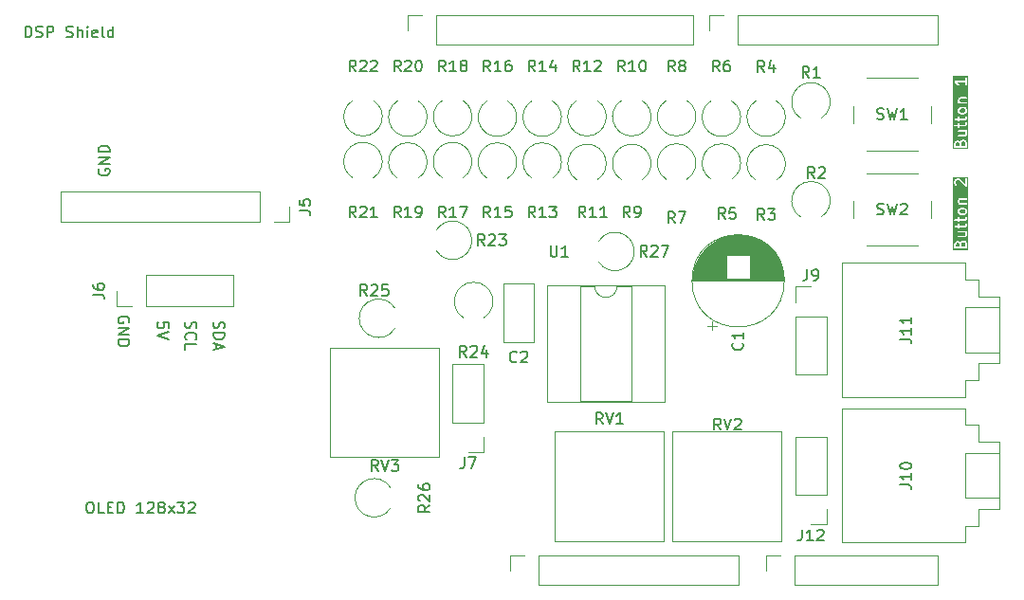
<source format=gbr>
%TF.GenerationSoftware,KiCad,Pcbnew,9.0.7*%
%TF.CreationDate,2026-02-04T14:21:25-07:00*%
%TF.ProjectId,Uno_Shield_DSP_Class_v1,556e6f5f-5368-4696-956c-645f4453505f,rev?*%
%TF.SameCoordinates,Original*%
%TF.FileFunction,Legend,Top*%
%TF.FilePolarity,Positive*%
%FSLAX46Y46*%
G04 Gerber Fmt 4.6, Leading zero omitted, Abs format (unit mm)*
G04 Created by KiCad (PCBNEW 9.0.7) date 2026-02-04 14:21:25*
%MOMM*%
%LPD*%
G01*
G04 APERTURE LIST*
%ADD10C,0.150000*%
%ADD11C,0.120000*%
G04 APERTURE END LIST*
D10*
X97677800Y-75289160D02*
X97630180Y-75432017D01*
X97630180Y-75432017D02*
X97630180Y-75670112D01*
X97630180Y-75670112D02*
X97677800Y-75765350D01*
X97677800Y-75765350D02*
X97725419Y-75812969D01*
X97725419Y-75812969D02*
X97820657Y-75860588D01*
X97820657Y-75860588D02*
X97915895Y-75860588D01*
X97915895Y-75860588D02*
X98011133Y-75812969D01*
X98011133Y-75812969D02*
X98058752Y-75765350D01*
X98058752Y-75765350D02*
X98106371Y-75670112D01*
X98106371Y-75670112D02*
X98153990Y-75479636D01*
X98153990Y-75479636D02*
X98201609Y-75384398D01*
X98201609Y-75384398D02*
X98249228Y-75336779D01*
X98249228Y-75336779D02*
X98344466Y-75289160D01*
X98344466Y-75289160D02*
X98439704Y-75289160D01*
X98439704Y-75289160D02*
X98534942Y-75336779D01*
X98534942Y-75336779D02*
X98582561Y-75384398D01*
X98582561Y-75384398D02*
X98630180Y-75479636D01*
X98630180Y-75479636D02*
X98630180Y-75717731D01*
X98630180Y-75717731D02*
X98582561Y-75860588D01*
X97725419Y-76860588D02*
X97677800Y-76812969D01*
X97677800Y-76812969D02*
X97630180Y-76670112D01*
X97630180Y-76670112D02*
X97630180Y-76574874D01*
X97630180Y-76574874D02*
X97677800Y-76432017D01*
X97677800Y-76432017D02*
X97773038Y-76336779D01*
X97773038Y-76336779D02*
X97868276Y-76289160D01*
X97868276Y-76289160D02*
X98058752Y-76241541D01*
X98058752Y-76241541D02*
X98201609Y-76241541D01*
X98201609Y-76241541D02*
X98392085Y-76289160D01*
X98392085Y-76289160D02*
X98487323Y-76336779D01*
X98487323Y-76336779D02*
X98582561Y-76432017D01*
X98582561Y-76432017D02*
X98630180Y-76574874D01*
X98630180Y-76574874D02*
X98630180Y-76670112D01*
X98630180Y-76670112D02*
X98582561Y-76812969D01*
X98582561Y-76812969D02*
X98534942Y-76860588D01*
X97630180Y-77765350D02*
X97630180Y-77289160D01*
X97630180Y-77289160D02*
X98630180Y-77289160D01*
X83336779Y-49869819D02*
X83336779Y-48869819D01*
X83336779Y-48869819D02*
X83574874Y-48869819D01*
X83574874Y-48869819D02*
X83717731Y-48917438D01*
X83717731Y-48917438D02*
X83812969Y-49012676D01*
X83812969Y-49012676D02*
X83860588Y-49107914D01*
X83860588Y-49107914D02*
X83908207Y-49298390D01*
X83908207Y-49298390D02*
X83908207Y-49441247D01*
X83908207Y-49441247D02*
X83860588Y-49631723D01*
X83860588Y-49631723D02*
X83812969Y-49726961D01*
X83812969Y-49726961D02*
X83717731Y-49822200D01*
X83717731Y-49822200D02*
X83574874Y-49869819D01*
X83574874Y-49869819D02*
X83336779Y-49869819D01*
X84289160Y-49822200D02*
X84432017Y-49869819D01*
X84432017Y-49869819D02*
X84670112Y-49869819D01*
X84670112Y-49869819D02*
X84765350Y-49822200D01*
X84765350Y-49822200D02*
X84812969Y-49774580D01*
X84812969Y-49774580D02*
X84860588Y-49679342D01*
X84860588Y-49679342D02*
X84860588Y-49584104D01*
X84860588Y-49584104D02*
X84812969Y-49488866D01*
X84812969Y-49488866D02*
X84765350Y-49441247D01*
X84765350Y-49441247D02*
X84670112Y-49393628D01*
X84670112Y-49393628D02*
X84479636Y-49346009D01*
X84479636Y-49346009D02*
X84384398Y-49298390D01*
X84384398Y-49298390D02*
X84336779Y-49250771D01*
X84336779Y-49250771D02*
X84289160Y-49155533D01*
X84289160Y-49155533D02*
X84289160Y-49060295D01*
X84289160Y-49060295D02*
X84336779Y-48965057D01*
X84336779Y-48965057D02*
X84384398Y-48917438D01*
X84384398Y-48917438D02*
X84479636Y-48869819D01*
X84479636Y-48869819D02*
X84717731Y-48869819D01*
X84717731Y-48869819D02*
X84860588Y-48917438D01*
X85289160Y-49869819D02*
X85289160Y-48869819D01*
X85289160Y-48869819D02*
X85670112Y-48869819D01*
X85670112Y-48869819D02*
X85765350Y-48917438D01*
X85765350Y-48917438D02*
X85812969Y-48965057D01*
X85812969Y-48965057D02*
X85860588Y-49060295D01*
X85860588Y-49060295D02*
X85860588Y-49203152D01*
X85860588Y-49203152D02*
X85812969Y-49298390D01*
X85812969Y-49298390D02*
X85765350Y-49346009D01*
X85765350Y-49346009D02*
X85670112Y-49393628D01*
X85670112Y-49393628D02*
X85289160Y-49393628D01*
X87003446Y-49822200D02*
X87146303Y-49869819D01*
X87146303Y-49869819D02*
X87384398Y-49869819D01*
X87384398Y-49869819D02*
X87479636Y-49822200D01*
X87479636Y-49822200D02*
X87527255Y-49774580D01*
X87527255Y-49774580D02*
X87574874Y-49679342D01*
X87574874Y-49679342D02*
X87574874Y-49584104D01*
X87574874Y-49584104D02*
X87527255Y-49488866D01*
X87527255Y-49488866D02*
X87479636Y-49441247D01*
X87479636Y-49441247D02*
X87384398Y-49393628D01*
X87384398Y-49393628D02*
X87193922Y-49346009D01*
X87193922Y-49346009D02*
X87098684Y-49298390D01*
X87098684Y-49298390D02*
X87051065Y-49250771D01*
X87051065Y-49250771D02*
X87003446Y-49155533D01*
X87003446Y-49155533D02*
X87003446Y-49060295D01*
X87003446Y-49060295D02*
X87051065Y-48965057D01*
X87051065Y-48965057D02*
X87098684Y-48917438D01*
X87098684Y-48917438D02*
X87193922Y-48869819D01*
X87193922Y-48869819D02*
X87432017Y-48869819D01*
X87432017Y-48869819D02*
X87574874Y-48917438D01*
X88003446Y-49869819D02*
X88003446Y-48869819D01*
X88432017Y-49869819D02*
X88432017Y-49346009D01*
X88432017Y-49346009D02*
X88384398Y-49250771D01*
X88384398Y-49250771D02*
X88289160Y-49203152D01*
X88289160Y-49203152D02*
X88146303Y-49203152D01*
X88146303Y-49203152D02*
X88051065Y-49250771D01*
X88051065Y-49250771D02*
X88003446Y-49298390D01*
X88908208Y-49869819D02*
X88908208Y-49203152D01*
X88908208Y-48869819D02*
X88860589Y-48917438D01*
X88860589Y-48917438D02*
X88908208Y-48965057D01*
X88908208Y-48965057D02*
X88955827Y-48917438D01*
X88955827Y-48917438D02*
X88908208Y-48869819D01*
X88908208Y-48869819D02*
X88908208Y-48965057D01*
X89765350Y-49822200D02*
X89670112Y-49869819D01*
X89670112Y-49869819D02*
X89479636Y-49869819D01*
X89479636Y-49869819D02*
X89384398Y-49822200D01*
X89384398Y-49822200D02*
X89336779Y-49726961D01*
X89336779Y-49726961D02*
X89336779Y-49346009D01*
X89336779Y-49346009D02*
X89384398Y-49250771D01*
X89384398Y-49250771D02*
X89479636Y-49203152D01*
X89479636Y-49203152D02*
X89670112Y-49203152D01*
X89670112Y-49203152D02*
X89765350Y-49250771D01*
X89765350Y-49250771D02*
X89812969Y-49346009D01*
X89812969Y-49346009D02*
X89812969Y-49441247D01*
X89812969Y-49441247D02*
X89336779Y-49536485D01*
X90384398Y-49869819D02*
X90289160Y-49822200D01*
X90289160Y-49822200D02*
X90241541Y-49726961D01*
X90241541Y-49726961D02*
X90241541Y-48869819D01*
X91193922Y-49869819D02*
X91193922Y-48869819D01*
X91193922Y-49822200D02*
X91098684Y-49869819D01*
X91098684Y-49869819D02*
X90908208Y-49869819D01*
X90908208Y-49869819D02*
X90812970Y-49822200D01*
X90812970Y-49822200D02*
X90765351Y-49774580D01*
X90765351Y-49774580D02*
X90717732Y-49679342D01*
X90717732Y-49679342D02*
X90717732Y-49393628D01*
X90717732Y-49393628D02*
X90765351Y-49298390D01*
X90765351Y-49298390D02*
X90812970Y-49250771D01*
X90812970Y-49250771D02*
X90908208Y-49203152D01*
X90908208Y-49203152D02*
X91098684Y-49203152D01*
X91098684Y-49203152D02*
X91193922Y-49250771D01*
G36*
X166706344Y-68248669D02*
G01*
X166736751Y-68279076D01*
X166771009Y-68347592D01*
X166771009Y-68588220D01*
X166444819Y-68588220D01*
X166444819Y-68347592D01*
X166479077Y-68279076D01*
X166509484Y-68248669D01*
X166578000Y-68214411D01*
X166637828Y-68214411D01*
X166706344Y-68248669D01*
G37*
G36*
X167230153Y-68201050D02*
G01*
X167260561Y-68231457D01*
X167294819Y-68299973D01*
X167294819Y-68588220D01*
X166921009Y-68588220D01*
X166921009Y-68342057D01*
X166959180Y-68227543D01*
X166985674Y-68201050D01*
X167054190Y-68166792D01*
X167161637Y-68166792D01*
X167230153Y-68201050D01*
G37*
G36*
X167230153Y-65248668D02*
G01*
X167260561Y-65279075D01*
X167294819Y-65347591D01*
X167294819Y-65455038D01*
X167260561Y-65523553D01*
X167230153Y-65553960D01*
X167161637Y-65588219D01*
X166911333Y-65588219D01*
X166842817Y-65553961D01*
X166812410Y-65523554D01*
X166778152Y-65455038D01*
X166778152Y-65347591D01*
X166812410Y-65279075D01*
X166842817Y-65248668D01*
X166911333Y-65214410D01*
X167161637Y-65214410D01*
X167230153Y-65248668D01*
G37*
G36*
X167555930Y-68849331D02*
G01*
X166183708Y-68849331D01*
X166183708Y-68329887D01*
X166294819Y-68329887D01*
X166294819Y-68663220D01*
X166296260Y-68677852D01*
X166307459Y-68704888D01*
X166328151Y-68725580D01*
X166355187Y-68736779D01*
X166369819Y-68738220D01*
X167369819Y-68738220D01*
X167384451Y-68736779D01*
X167411487Y-68725580D01*
X167432179Y-68704888D01*
X167443378Y-68677852D01*
X167444819Y-68663220D01*
X167444819Y-68282268D01*
X167443378Y-68267636D01*
X167442347Y-68265147D01*
X167442156Y-68262458D01*
X167436901Y-68248727D01*
X167389282Y-68153489D01*
X167385317Y-68147189D01*
X167384560Y-68145362D01*
X167382872Y-68143305D01*
X167381450Y-68141046D01*
X167379950Y-68139745D01*
X167375232Y-68133996D01*
X167327612Y-68086377D01*
X167321863Y-68081659D01*
X167320564Y-68080161D01*
X167318305Y-68078739D01*
X167316247Y-68077050D01*
X167314417Y-68076292D01*
X167308121Y-68072329D01*
X167212883Y-68024710D01*
X167199151Y-68019455D01*
X167196463Y-68019264D01*
X167193974Y-68018233D01*
X167179342Y-68016792D01*
X167036485Y-68016792D01*
X167021853Y-68018233D01*
X167019364Y-68019263D01*
X167016675Y-68019455D01*
X167002944Y-68024710D01*
X166907706Y-68072329D01*
X166901406Y-68076293D01*
X166899579Y-68077051D01*
X166897522Y-68078739D01*
X166895263Y-68080161D01*
X166893963Y-68081659D01*
X166888214Y-68086378D01*
X166840595Y-68133997D01*
X166831268Y-68145362D01*
X166830236Y-68147852D01*
X166828471Y-68149888D01*
X166825762Y-68155955D01*
X166803804Y-68133997D01*
X166798054Y-68129278D01*
X166796755Y-68127780D01*
X166794495Y-68126358D01*
X166792439Y-68124670D01*
X166790611Y-68123912D01*
X166784312Y-68119948D01*
X166689074Y-68072329D01*
X166675342Y-68067074D01*
X166672654Y-68066883D01*
X166670165Y-68065852D01*
X166655533Y-68064411D01*
X166560295Y-68064411D01*
X166545663Y-68065852D01*
X166543174Y-68066882D01*
X166540485Y-68067074D01*
X166526754Y-68072329D01*
X166431516Y-68119948D01*
X166425216Y-68123912D01*
X166423389Y-68124670D01*
X166421332Y-68126358D01*
X166419073Y-68127780D01*
X166417773Y-68129278D01*
X166412024Y-68133997D01*
X166364405Y-68181616D01*
X166359686Y-68187365D01*
X166358188Y-68188665D01*
X166356766Y-68190924D01*
X166355078Y-68192981D01*
X166354320Y-68194808D01*
X166350356Y-68201108D01*
X166302737Y-68296346D01*
X166297482Y-68310078D01*
X166297291Y-68312765D01*
X166296260Y-68315255D01*
X166294819Y-68329887D01*
X166183708Y-68329887D01*
X166183708Y-67220017D01*
X166629593Y-67220017D01*
X166629593Y-67249281D01*
X166640792Y-67276317D01*
X166661484Y-67297009D01*
X166688520Y-67308208D01*
X166703152Y-67309649D01*
X167243514Y-67309649D01*
X167260561Y-67326695D01*
X167294819Y-67395211D01*
X167294819Y-67502658D01*
X167266298Y-67559699D01*
X167209256Y-67588220D01*
X166703152Y-67588220D01*
X166688520Y-67589661D01*
X166661484Y-67600860D01*
X166640792Y-67621552D01*
X166629593Y-67648588D01*
X166629593Y-67677852D01*
X166640792Y-67704888D01*
X166661484Y-67725580D01*
X166688520Y-67736779D01*
X166703152Y-67738220D01*
X167226961Y-67738220D01*
X167241593Y-67736779D01*
X167244082Y-67735747D01*
X167246770Y-67735557D01*
X167260502Y-67730302D01*
X167355741Y-67682683D01*
X167358187Y-67681142D01*
X167359342Y-67680758D01*
X167360779Y-67679511D01*
X167368183Y-67674851D01*
X167374342Y-67667748D01*
X167381450Y-67661585D01*
X167386111Y-67654179D01*
X167387357Y-67652743D01*
X167387741Y-67651589D01*
X167389282Y-67649142D01*
X167436901Y-67553904D01*
X167442156Y-67540173D01*
X167442347Y-67537483D01*
X167443378Y-67534995D01*
X167444819Y-67520363D01*
X167444819Y-67377506D01*
X167443378Y-67362874D01*
X167442347Y-67360385D01*
X167442156Y-67357696D01*
X167436901Y-67343965D01*
X167412777Y-67295718D01*
X167432179Y-67276317D01*
X167443378Y-67249281D01*
X167443378Y-67220017D01*
X167432179Y-67192981D01*
X167411487Y-67172289D01*
X167384451Y-67161090D01*
X167369819Y-67159649D01*
X166703152Y-67159649D01*
X166688520Y-67161090D01*
X166661484Y-67172289D01*
X166640792Y-67192981D01*
X166629593Y-67220017D01*
X166183708Y-67220017D01*
X166183708Y-66743826D01*
X166296260Y-66743826D01*
X166296260Y-66773090D01*
X166307459Y-66800126D01*
X166328151Y-66820818D01*
X166355187Y-66832017D01*
X166369819Y-66833458D01*
X166628152Y-66833458D01*
X166628152Y-66901315D01*
X166629593Y-66915947D01*
X166640792Y-66942983D01*
X166661484Y-66963675D01*
X166688520Y-66974874D01*
X166717784Y-66974874D01*
X166744820Y-66963675D01*
X166765512Y-66942983D01*
X166776711Y-66915947D01*
X166778152Y-66901315D01*
X166778152Y-66833458D01*
X167226961Y-66833458D01*
X167241593Y-66832017D01*
X167244082Y-66830985D01*
X167246770Y-66830795D01*
X167260502Y-66825540D01*
X167355741Y-66777921D01*
X167358187Y-66776380D01*
X167359342Y-66775996D01*
X167360779Y-66774749D01*
X167368183Y-66770089D01*
X167374342Y-66762986D01*
X167381450Y-66756823D01*
X167386111Y-66749417D01*
X167387357Y-66747981D01*
X167387741Y-66746827D01*
X167389282Y-66744380D01*
X167436901Y-66649142D01*
X167442156Y-66635411D01*
X167442347Y-66632721D01*
X167443378Y-66630233D01*
X167444819Y-66615601D01*
X167444819Y-66520363D01*
X167443378Y-66505731D01*
X167432179Y-66478695D01*
X167411487Y-66458003D01*
X167384451Y-66446804D01*
X167355187Y-66446804D01*
X167328151Y-66458003D01*
X167307459Y-66478695D01*
X167296260Y-66505731D01*
X167294819Y-66520363D01*
X167294819Y-66597896D01*
X167266298Y-66654937D01*
X167209256Y-66683458D01*
X166778152Y-66683458D01*
X166778152Y-66520363D01*
X166776711Y-66505731D01*
X166765512Y-66478695D01*
X166744820Y-66458003D01*
X166717784Y-66446804D01*
X166688520Y-66446804D01*
X166661484Y-66458003D01*
X166640792Y-66478695D01*
X166629593Y-66505731D01*
X166628152Y-66520363D01*
X166628152Y-66683458D01*
X166369819Y-66683458D01*
X166355187Y-66684899D01*
X166328151Y-66696098D01*
X166307459Y-66716790D01*
X166296260Y-66743826D01*
X166183708Y-66743826D01*
X166183708Y-66172397D01*
X166296260Y-66172397D01*
X166296260Y-66201661D01*
X166307459Y-66228697D01*
X166328151Y-66249389D01*
X166355187Y-66260588D01*
X166369819Y-66262029D01*
X166628152Y-66262029D01*
X166628152Y-66329886D01*
X166629593Y-66344518D01*
X166640792Y-66371554D01*
X166661484Y-66392246D01*
X166688520Y-66403445D01*
X166717784Y-66403445D01*
X166744820Y-66392246D01*
X166765512Y-66371554D01*
X166776711Y-66344518D01*
X166778152Y-66329886D01*
X166778152Y-66262029D01*
X167226961Y-66262029D01*
X167241593Y-66260588D01*
X167244082Y-66259556D01*
X167246770Y-66259366D01*
X167260502Y-66254111D01*
X167355741Y-66206492D01*
X167358187Y-66204951D01*
X167359342Y-66204567D01*
X167360779Y-66203320D01*
X167368183Y-66198660D01*
X167374342Y-66191557D01*
X167381450Y-66185394D01*
X167386111Y-66177988D01*
X167387357Y-66176552D01*
X167387741Y-66175398D01*
X167389282Y-66172951D01*
X167436901Y-66077713D01*
X167442156Y-66063982D01*
X167442347Y-66061292D01*
X167443378Y-66058804D01*
X167444819Y-66044172D01*
X167444819Y-65948934D01*
X167443378Y-65934302D01*
X167432179Y-65907266D01*
X167411487Y-65886574D01*
X167384451Y-65875375D01*
X167355187Y-65875375D01*
X167328151Y-65886574D01*
X167307459Y-65907266D01*
X167296260Y-65934302D01*
X167294819Y-65948934D01*
X167294819Y-66026467D01*
X167266298Y-66083508D01*
X167209256Y-66112029D01*
X166778152Y-66112029D01*
X166778152Y-65948934D01*
X166776711Y-65934302D01*
X166765512Y-65907266D01*
X166744820Y-65886574D01*
X166717784Y-65875375D01*
X166688520Y-65875375D01*
X166661484Y-65886574D01*
X166640792Y-65907266D01*
X166629593Y-65934302D01*
X166628152Y-65948934D01*
X166628152Y-66112029D01*
X166369819Y-66112029D01*
X166355187Y-66113470D01*
X166328151Y-66124669D01*
X166307459Y-66145361D01*
X166296260Y-66172397D01*
X166183708Y-66172397D01*
X166183708Y-65329886D01*
X166628152Y-65329886D01*
X166628152Y-65472743D01*
X166629593Y-65487375D01*
X166630624Y-65489864D01*
X166630815Y-65492552D01*
X166636070Y-65506284D01*
X166683689Y-65601522D01*
X166687653Y-65607821D01*
X166688411Y-65609649D01*
X166690099Y-65611705D01*
X166691521Y-65613965D01*
X166693019Y-65615264D01*
X166697738Y-65621014D01*
X166745357Y-65668633D01*
X166751106Y-65673351D01*
X166752406Y-65674850D01*
X166754665Y-65676271D01*
X166756722Y-65677960D01*
X166758549Y-65678717D01*
X166764849Y-65682682D01*
X166860087Y-65730301D01*
X166873818Y-65735556D01*
X166876507Y-65735747D01*
X166878996Y-65736778D01*
X166893628Y-65738219D01*
X167179342Y-65738219D01*
X167193974Y-65736778D01*
X167196463Y-65735746D01*
X167199151Y-65735556D01*
X167212883Y-65730301D01*
X167308121Y-65682682D01*
X167314417Y-65678718D01*
X167316247Y-65677961D01*
X167318305Y-65676271D01*
X167320564Y-65674850D01*
X167321863Y-65673351D01*
X167327612Y-65668634D01*
X167375232Y-65621015D01*
X167379950Y-65615265D01*
X167381450Y-65613965D01*
X167382872Y-65611705D01*
X167384560Y-65609649D01*
X167385317Y-65607821D01*
X167389282Y-65601522D01*
X167436901Y-65506284D01*
X167442156Y-65492553D01*
X167442347Y-65489863D01*
X167443378Y-65487375D01*
X167444819Y-65472743D01*
X167444819Y-65329886D01*
X167443378Y-65315254D01*
X167442347Y-65312765D01*
X167442156Y-65310076D01*
X167436901Y-65296345D01*
X167389282Y-65201107D01*
X167385317Y-65194807D01*
X167384560Y-65192980D01*
X167382872Y-65190923D01*
X167381450Y-65188664D01*
X167379950Y-65187363D01*
X167375232Y-65181614D01*
X167327612Y-65133995D01*
X167321863Y-65129277D01*
X167320564Y-65127779D01*
X167318305Y-65126357D01*
X167316247Y-65124668D01*
X167314417Y-65123910D01*
X167308121Y-65119947D01*
X167212883Y-65072328D01*
X167199151Y-65067073D01*
X167196463Y-65066882D01*
X167193974Y-65065851D01*
X167179342Y-65064410D01*
X166893628Y-65064410D01*
X166878996Y-65065851D01*
X166876507Y-65066881D01*
X166873818Y-65067073D01*
X166860087Y-65072328D01*
X166764849Y-65119947D01*
X166758549Y-65123911D01*
X166756722Y-65124669D01*
X166754665Y-65126357D01*
X166752406Y-65127779D01*
X166751106Y-65129277D01*
X166745357Y-65133996D01*
X166697738Y-65181615D01*
X166693019Y-65187364D01*
X166691521Y-65188664D01*
X166690099Y-65190923D01*
X166688411Y-65192980D01*
X166687653Y-65194807D01*
X166683689Y-65201107D01*
X166636070Y-65296345D01*
X166630815Y-65310077D01*
X166630624Y-65312764D01*
X166629593Y-65315254D01*
X166628152Y-65329886D01*
X166183708Y-65329886D01*
X166183708Y-64425124D01*
X166628152Y-64425124D01*
X166628152Y-64567981D01*
X166629593Y-64582613D01*
X166630624Y-64585102D01*
X166630815Y-64587790D01*
X166636070Y-64601522D01*
X166660193Y-64649768D01*
X166640792Y-64669170D01*
X166629593Y-64696206D01*
X166629593Y-64725470D01*
X166640792Y-64752506D01*
X166661484Y-64773198D01*
X166688520Y-64784397D01*
X166703152Y-64785838D01*
X167369819Y-64785838D01*
X167384451Y-64784397D01*
X167411487Y-64773198D01*
X167432179Y-64752506D01*
X167443378Y-64725470D01*
X167443378Y-64696206D01*
X167432179Y-64669170D01*
X167411487Y-64648478D01*
X167384451Y-64637279D01*
X167369819Y-64635838D01*
X166829456Y-64635838D01*
X166812410Y-64618792D01*
X166778152Y-64550276D01*
X166778152Y-64442829D01*
X166806672Y-64385787D01*
X166863714Y-64357267D01*
X167369819Y-64357267D01*
X167384451Y-64355826D01*
X167411487Y-64344627D01*
X167432179Y-64323935D01*
X167443378Y-64296899D01*
X167443378Y-64267635D01*
X167432179Y-64240599D01*
X167411487Y-64219907D01*
X167384451Y-64208708D01*
X167369819Y-64207267D01*
X166846009Y-64207267D01*
X166831377Y-64208708D01*
X166828888Y-64209738D01*
X166826199Y-64209930D01*
X166812468Y-64215185D01*
X166717230Y-64262804D01*
X166714782Y-64264344D01*
X166713629Y-64264729D01*
X166712192Y-64265974D01*
X166704787Y-64270636D01*
X166698625Y-64277740D01*
X166691521Y-64283902D01*
X166686859Y-64291307D01*
X166685614Y-64292744D01*
X166685229Y-64293897D01*
X166683689Y-64296345D01*
X166636070Y-64391583D01*
X166630815Y-64405315D01*
X166630624Y-64408002D01*
X166629593Y-64410492D01*
X166628152Y-64425124D01*
X166183708Y-64425124D01*
X166183708Y-62710838D01*
X166294819Y-62710838D01*
X166294819Y-62948933D01*
X166296260Y-62963565D01*
X166297291Y-62966054D01*
X166297482Y-62968742D01*
X166302737Y-62982474D01*
X166350356Y-63077712D01*
X166354320Y-63084011D01*
X166355078Y-63085839D01*
X166356766Y-63087895D01*
X166358188Y-63090155D01*
X166359686Y-63091454D01*
X166364405Y-63097204D01*
X166412024Y-63144823D01*
X166423389Y-63154150D01*
X166450425Y-63165349D01*
X166479688Y-63165349D01*
X166506724Y-63154150D01*
X166527417Y-63133457D01*
X166538616Y-63106421D01*
X166538616Y-63077158D01*
X166527417Y-63050122D01*
X166518090Y-63038757D01*
X166479077Y-62999744D01*
X166444819Y-62931228D01*
X166444819Y-62728543D01*
X166479077Y-62660027D01*
X166509484Y-62629620D01*
X166578000Y-62595362D01*
X166643363Y-62595362D01*
X166757876Y-62633533D01*
X167316786Y-63192442D01*
X167328151Y-63201770D01*
X167347268Y-63209688D01*
X167355187Y-63212968D01*
X167355188Y-63212968D01*
X167384451Y-63212968D01*
X167411487Y-63201769D01*
X167432180Y-63181077D01*
X167440098Y-63161959D01*
X167443378Y-63154041D01*
X167444819Y-63139409D01*
X167444819Y-62520362D01*
X167443378Y-62505730D01*
X167432179Y-62478694D01*
X167411487Y-62458002D01*
X167384451Y-62446803D01*
X167355187Y-62446803D01*
X167328151Y-62458002D01*
X167307459Y-62478694D01*
X167296260Y-62505730D01*
X167294819Y-62520362D01*
X167294819Y-62958343D01*
X166851423Y-62514948D01*
X166840058Y-62505621D01*
X166837567Y-62504589D01*
X166835532Y-62502824D01*
X166822107Y-62496830D01*
X166679250Y-62449211D01*
X166671996Y-62447561D01*
X166670165Y-62446803D01*
X166667510Y-62446541D01*
X166664913Y-62445951D01*
X166662938Y-62446091D01*
X166655533Y-62445362D01*
X166560295Y-62445362D01*
X166545663Y-62446803D01*
X166543174Y-62447833D01*
X166540485Y-62448025D01*
X166526754Y-62453280D01*
X166431516Y-62500899D01*
X166425216Y-62504863D01*
X166423389Y-62505621D01*
X166421332Y-62507309D01*
X166419073Y-62508731D01*
X166417773Y-62510229D01*
X166412024Y-62514948D01*
X166364405Y-62562567D01*
X166359686Y-62568316D01*
X166358188Y-62569616D01*
X166356766Y-62571875D01*
X166355078Y-62573932D01*
X166354320Y-62575759D01*
X166350356Y-62582059D01*
X166302737Y-62677297D01*
X166297482Y-62691029D01*
X166297291Y-62693716D01*
X166296260Y-62696206D01*
X166294819Y-62710838D01*
X166183708Y-62710838D01*
X166183708Y-62334251D01*
X167555930Y-62334251D01*
X167555930Y-68849331D01*
G37*
G36*
X166706344Y-59248669D02*
G01*
X166736751Y-59279076D01*
X166771009Y-59347592D01*
X166771009Y-59588220D01*
X166444819Y-59588220D01*
X166444819Y-59347592D01*
X166479077Y-59279076D01*
X166509484Y-59248669D01*
X166578000Y-59214411D01*
X166637828Y-59214411D01*
X166706344Y-59248669D01*
G37*
G36*
X167230153Y-59201050D02*
G01*
X167260561Y-59231457D01*
X167294819Y-59299973D01*
X167294819Y-59588220D01*
X166921009Y-59588220D01*
X166921009Y-59342057D01*
X166959180Y-59227543D01*
X166985674Y-59201050D01*
X167054190Y-59166792D01*
X167161637Y-59166792D01*
X167230153Y-59201050D01*
G37*
G36*
X167230153Y-56248668D02*
G01*
X167260561Y-56279075D01*
X167294819Y-56347591D01*
X167294819Y-56455038D01*
X167260561Y-56523553D01*
X167230153Y-56553960D01*
X167161637Y-56588219D01*
X166911333Y-56588219D01*
X166842817Y-56553961D01*
X166812410Y-56523554D01*
X166778152Y-56455038D01*
X166778152Y-56347591D01*
X166812410Y-56279075D01*
X166842817Y-56248668D01*
X166911333Y-56214410D01*
X167161637Y-56214410D01*
X167230153Y-56248668D01*
G37*
G36*
X167555930Y-59849331D02*
G01*
X166183708Y-59849331D01*
X166183708Y-59329887D01*
X166294819Y-59329887D01*
X166294819Y-59663220D01*
X166296260Y-59677852D01*
X166307459Y-59704888D01*
X166328151Y-59725580D01*
X166355187Y-59736779D01*
X166369819Y-59738220D01*
X167369819Y-59738220D01*
X167384451Y-59736779D01*
X167411487Y-59725580D01*
X167432179Y-59704888D01*
X167443378Y-59677852D01*
X167444819Y-59663220D01*
X167444819Y-59282268D01*
X167443378Y-59267636D01*
X167442347Y-59265147D01*
X167442156Y-59262458D01*
X167436901Y-59248727D01*
X167389282Y-59153489D01*
X167385317Y-59147189D01*
X167384560Y-59145362D01*
X167382872Y-59143305D01*
X167381450Y-59141046D01*
X167379950Y-59139745D01*
X167375232Y-59133996D01*
X167327612Y-59086377D01*
X167321863Y-59081659D01*
X167320564Y-59080161D01*
X167318305Y-59078739D01*
X167316247Y-59077050D01*
X167314417Y-59076292D01*
X167308121Y-59072329D01*
X167212883Y-59024710D01*
X167199151Y-59019455D01*
X167196463Y-59019264D01*
X167193974Y-59018233D01*
X167179342Y-59016792D01*
X167036485Y-59016792D01*
X167021853Y-59018233D01*
X167019364Y-59019263D01*
X167016675Y-59019455D01*
X167002944Y-59024710D01*
X166907706Y-59072329D01*
X166901406Y-59076293D01*
X166899579Y-59077051D01*
X166897522Y-59078739D01*
X166895263Y-59080161D01*
X166893963Y-59081659D01*
X166888214Y-59086378D01*
X166840595Y-59133997D01*
X166831268Y-59145362D01*
X166830236Y-59147852D01*
X166828471Y-59149888D01*
X166825762Y-59155955D01*
X166803804Y-59133997D01*
X166798054Y-59129278D01*
X166796755Y-59127780D01*
X166794495Y-59126358D01*
X166792439Y-59124670D01*
X166790611Y-59123912D01*
X166784312Y-59119948D01*
X166689074Y-59072329D01*
X166675342Y-59067074D01*
X166672654Y-59066883D01*
X166670165Y-59065852D01*
X166655533Y-59064411D01*
X166560295Y-59064411D01*
X166545663Y-59065852D01*
X166543174Y-59066882D01*
X166540485Y-59067074D01*
X166526754Y-59072329D01*
X166431516Y-59119948D01*
X166425216Y-59123912D01*
X166423389Y-59124670D01*
X166421332Y-59126358D01*
X166419073Y-59127780D01*
X166417773Y-59129278D01*
X166412024Y-59133997D01*
X166364405Y-59181616D01*
X166359686Y-59187365D01*
X166358188Y-59188665D01*
X166356766Y-59190924D01*
X166355078Y-59192981D01*
X166354320Y-59194808D01*
X166350356Y-59201108D01*
X166302737Y-59296346D01*
X166297482Y-59310078D01*
X166297291Y-59312765D01*
X166296260Y-59315255D01*
X166294819Y-59329887D01*
X166183708Y-59329887D01*
X166183708Y-58220017D01*
X166629593Y-58220017D01*
X166629593Y-58249281D01*
X166640792Y-58276317D01*
X166661484Y-58297009D01*
X166688520Y-58308208D01*
X166703152Y-58309649D01*
X167243514Y-58309649D01*
X167260561Y-58326695D01*
X167294819Y-58395211D01*
X167294819Y-58502658D01*
X167266298Y-58559699D01*
X167209256Y-58588220D01*
X166703152Y-58588220D01*
X166688520Y-58589661D01*
X166661484Y-58600860D01*
X166640792Y-58621552D01*
X166629593Y-58648588D01*
X166629593Y-58677852D01*
X166640792Y-58704888D01*
X166661484Y-58725580D01*
X166688520Y-58736779D01*
X166703152Y-58738220D01*
X167226961Y-58738220D01*
X167241593Y-58736779D01*
X167244082Y-58735747D01*
X167246770Y-58735557D01*
X167260502Y-58730302D01*
X167355741Y-58682683D01*
X167358187Y-58681142D01*
X167359342Y-58680758D01*
X167360779Y-58679511D01*
X167368183Y-58674851D01*
X167374342Y-58667748D01*
X167381450Y-58661585D01*
X167386111Y-58654179D01*
X167387357Y-58652743D01*
X167387741Y-58651589D01*
X167389282Y-58649142D01*
X167436901Y-58553904D01*
X167442156Y-58540173D01*
X167442347Y-58537483D01*
X167443378Y-58534995D01*
X167444819Y-58520363D01*
X167444819Y-58377506D01*
X167443378Y-58362874D01*
X167442347Y-58360385D01*
X167442156Y-58357696D01*
X167436901Y-58343965D01*
X167412777Y-58295718D01*
X167432179Y-58276317D01*
X167443378Y-58249281D01*
X167443378Y-58220017D01*
X167432179Y-58192981D01*
X167411487Y-58172289D01*
X167384451Y-58161090D01*
X167369819Y-58159649D01*
X166703152Y-58159649D01*
X166688520Y-58161090D01*
X166661484Y-58172289D01*
X166640792Y-58192981D01*
X166629593Y-58220017D01*
X166183708Y-58220017D01*
X166183708Y-57743826D01*
X166296260Y-57743826D01*
X166296260Y-57773090D01*
X166307459Y-57800126D01*
X166328151Y-57820818D01*
X166355187Y-57832017D01*
X166369819Y-57833458D01*
X166628152Y-57833458D01*
X166628152Y-57901315D01*
X166629593Y-57915947D01*
X166640792Y-57942983D01*
X166661484Y-57963675D01*
X166688520Y-57974874D01*
X166717784Y-57974874D01*
X166744820Y-57963675D01*
X166765512Y-57942983D01*
X166776711Y-57915947D01*
X166778152Y-57901315D01*
X166778152Y-57833458D01*
X167226961Y-57833458D01*
X167241593Y-57832017D01*
X167244082Y-57830985D01*
X167246770Y-57830795D01*
X167260502Y-57825540D01*
X167355741Y-57777921D01*
X167358187Y-57776380D01*
X167359342Y-57775996D01*
X167360779Y-57774749D01*
X167368183Y-57770089D01*
X167374342Y-57762986D01*
X167381450Y-57756823D01*
X167386111Y-57749417D01*
X167387357Y-57747981D01*
X167387741Y-57746827D01*
X167389282Y-57744380D01*
X167436901Y-57649142D01*
X167442156Y-57635411D01*
X167442347Y-57632721D01*
X167443378Y-57630233D01*
X167444819Y-57615601D01*
X167444819Y-57520363D01*
X167443378Y-57505731D01*
X167432179Y-57478695D01*
X167411487Y-57458003D01*
X167384451Y-57446804D01*
X167355187Y-57446804D01*
X167328151Y-57458003D01*
X167307459Y-57478695D01*
X167296260Y-57505731D01*
X167294819Y-57520363D01*
X167294819Y-57597896D01*
X167266298Y-57654937D01*
X167209256Y-57683458D01*
X166778152Y-57683458D01*
X166778152Y-57520363D01*
X166776711Y-57505731D01*
X166765512Y-57478695D01*
X166744820Y-57458003D01*
X166717784Y-57446804D01*
X166688520Y-57446804D01*
X166661484Y-57458003D01*
X166640792Y-57478695D01*
X166629593Y-57505731D01*
X166628152Y-57520363D01*
X166628152Y-57683458D01*
X166369819Y-57683458D01*
X166355187Y-57684899D01*
X166328151Y-57696098D01*
X166307459Y-57716790D01*
X166296260Y-57743826D01*
X166183708Y-57743826D01*
X166183708Y-57172397D01*
X166296260Y-57172397D01*
X166296260Y-57201661D01*
X166307459Y-57228697D01*
X166328151Y-57249389D01*
X166355187Y-57260588D01*
X166369819Y-57262029D01*
X166628152Y-57262029D01*
X166628152Y-57329886D01*
X166629593Y-57344518D01*
X166640792Y-57371554D01*
X166661484Y-57392246D01*
X166688520Y-57403445D01*
X166717784Y-57403445D01*
X166744820Y-57392246D01*
X166765512Y-57371554D01*
X166776711Y-57344518D01*
X166778152Y-57329886D01*
X166778152Y-57262029D01*
X167226961Y-57262029D01*
X167241593Y-57260588D01*
X167244082Y-57259556D01*
X167246770Y-57259366D01*
X167260502Y-57254111D01*
X167355741Y-57206492D01*
X167358187Y-57204951D01*
X167359342Y-57204567D01*
X167360779Y-57203320D01*
X167368183Y-57198660D01*
X167374342Y-57191557D01*
X167381450Y-57185394D01*
X167386111Y-57177988D01*
X167387357Y-57176552D01*
X167387741Y-57175398D01*
X167389282Y-57172951D01*
X167436901Y-57077713D01*
X167442156Y-57063982D01*
X167442347Y-57061292D01*
X167443378Y-57058804D01*
X167444819Y-57044172D01*
X167444819Y-56948934D01*
X167443378Y-56934302D01*
X167432179Y-56907266D01*
X167411487Y-56886574D01*
X167384451Y-56875375D01*
X167355187Y-56875375D01*
X167328151Y-56886574D01*
X167307459Y-56907266D01*
X167296260Y-56934302D01*
X167294819Y-56948934D01*
X167294819Y-57026467D01*
X167266298Y-57083508D01*
X167209256Y-57112029D01*
X166778152Y-57112029D01*
X166778152Y-56948934D01*
X166776711Y-56934302D01*
X166765512Y-56907266D01*
X166744820Y-56886574D01*
X166717784Y-56875375D01*
X166688520Y-56875375D01*
X166661484Y-56886574D01*
X166640792Y-56907266D01*
X166629593Y-56934302D01*
X166628152Y-56948934D01*
X166628152Y-57112029D01*
X166369819Y-57112029D01*
X166355187Y-57113470D01*
X166328151Y-57124669D01*
X166307459Y-57145361D01*
X166296260Y-57172397D01*
X166183708Y-57172397D01*
X166183708Y-56329886D01*
X166628152Y-56329886D01*
X166628152Y-56472743D01*
X166629593Y-56487375D01*
X166630624Y-56489864D01*
X166630815Y-56492552D01*
X166636070Y-56506284D01*
X166683689Y-56601522D01*
X166687653Y-56607821D01*
X166688411Y-56609649D01*
X166690099Y-56611705D01*
X166691521Y-56613965D01*
X166693019Y-56615264D01*
X166697738Y-56621014D01*
X166745357Y-56668633D01*
X166751106Y-56673351D01*
X166752406Y-56674850D01*
X166754665Y-56676271D01*
X166756722Y-56677960D01*
X166758549Y-56678717D01*
X166764849Y-56682682D01*
X166860087Y-56730301D01*
X166873818Y-56735556D01*
X166876507Y-56735747D01*
X166878996Y-56736778D01*
X166893628Y-56738219D01*
X167179342Y-56738219D01*
X167193974Y-56736778D01*
X167196463Y-56735746D01*
X167199151Y-56735556D01*
X167212883Y-56730301D01*
X167308121Y-56682682D01*
X167314417Y-56678718D01*
X167316247Y-56677961D01*
X167318305Y-56676271D01*
X167320564Y-56674850D01*
X167321863Y-56673351D01*
X167327612Y-56668634D01*
X167375232Y-56621015D01*
X167379950Y-56615265D01*
X167381450Y-56613965D01*
X167382872Y-56611705D01*
X167384560Y-56609649D01*
X167385317Y-56607821D01*
X167389282Y-56601522D01*
X167436901Y-56506284D01*
X167442156Y-56492553D01*
X167442347Y-56489863D01*
X167443378Y-56487375D01*
X167444819Y-56472743D01*
X167444819Y-56329886D01*
X167443378Y-56315254D01*
X167442347Y-56312765D01*
X167442156Y-56310076D01*
X167436901Y-56296345D01*
X167389282Y-56201107D01*
X167385317Y-56194807D01*
X167384560Y-56192980D01*
X167382872Y-56190923D01*
X167381450Y-56188664D01*
X167379950Y-56187363D01*
X167375232Y-56181614D01*
X167327612Y-56133995D01*
X167321863Y-56129277D01*
X167320564Y-56127779D01*
X167318305Y-56126357D01*
X167316247Y-56124668D01*
X167314417Y-56123910D01*
X167308121Y-56119947D01*
X167212883Y-56072328D01*
X167199151Y-56067073D01*
X167196463Y-56066882D01*
X167193974Y-56065851D01*
X167179342Y-56064410D01*
X166893628Y-56064410D01*
X166878996Y-56065851D01*
X166876507Y-56066881D01*
X166873818Y-56067073D01*
X166860087Y-56072328D01*
X166764849Y-56119947D01*
X166758549Y-56123911D01*
X166756722Y-56124669D01*
X166754665Y-56126357D01*
X166752406Y-56127779D01*
X166751106Y-56129277D01*
X166745357Y-56133996D01*
X166697738Y-56181615D01*
X166693019Y-56187364D01*
X166691521Y-56188664D01*
X166690099Y-56190923D01*
X166688411Y-56192980D01*
X166687653Y-56194807D01*
X166683689Y-56201107D01*
X166636070Y-56296345D01*
X166630815Y-56310077D01*
X166630624Y-56312764D01*
X166629593Y-56315254D01*
X166628152Y-56329886D01*
X166183708Y-56329886D01*
X166183708Y-55425124D01*
X166628152Y-55425124D01*
X166628152Y-55567981D01*
X166629593Y-55582613D01*
X166630624Y-55585102D01*
X166630815Y-55587790D01*
X166636070Y-55601522D01*
X166660193Y-55649768D01*
X166640792Y-55669170D01*
X166629593Y-55696206D01*
X166629593Y-55725470D01*
X166640792Y-55752506D01*
X166661484Y-55773198D01*
X166688520Y-55784397D01*
X166703152Y-55785838D01*
X167369819Y-55785838D01*
X167384451Y-55784397D01*
X167411487Y-55773198D01*
X167432179Y-55752506D01*
X167443378Y-55725470D01*
X167443378Y-55696206D01*
X167432179Y-55669170D01*
X167411487Y-55648478D01*
X167384451Y-55637279D01*
X167369819Y-55635838D01*
X166829456Y-55635838D01*
X166812410Y-55618792D01*
X166778152Y-55550276D01*
X166778152Y-55442829D01*
X166806672Y-55385787D01*
X166863714Y-55357267D01*
X167369819Y-55357267D01*
X167384451Y-55355826D01*
X167411487Y-55344627D01*
X167432179Y-55323935D01*
X167443378Y-55296899D01*
X167443378Y-55267635D01*
X167432179Y-55240599D01*
X167411487Y-55219907D01*
X167384451Y-55208708D01*
X167369819Y-55207267D01*
X166846009Y-55207267D01*
X166831377Y-55208708D01*
X166828888Y-55209738D01*
X166826199Y-55209930D01*
X166812468Y-55215185D01*
X166717230Y-55262804D01*
X166714782Y-55264344D01*
X166713629Y-55264729D01*
X166712192Y-55265974D01*
X166704787Y-55270636D01*
X166698625Y-55277740D01*
X166691521Y-55283902D01*
X166686859Y-55291307D01*
X166685614Y-55292744D01*
X166685229Y-55293897D01*
X166683689Y-55296345D01*
X166636070Y-55391583D01*
X166630815Y-55405315D01*
X166630624Y-55408002D01*
X166629593Y-55410492D01*
X166628152Y-55425124D01*
X166183708Y-55425124D01*
X166183708Y-53806155D01*
X166294819Y-53806155D01*
X166296260Y-53813359D01*
X166296260Y-53820708D01*
X166299101Y-53827568D01*
X166300558Y-53834849D01*
X166304646Y-53840954D01*
X166307459Y-53847744D01*
X166312709Y-53852994D01*
X166316841Y-53859164D01*
X166328099Y-53868384D01*
X166328151Y-53868436D01*
X166328173Y-53868445D01*
X166328216Y-53868480D01*
X166464894Y-53959598D01*
X166546275Y-54040979D01*
X166588451Y-54125331D01*
X166596283Y-54137774D01*
X166618391Y-54156947D01*
X166646152Y-54166201D01*
X166675342Y-54164127D01*
X166701517Y-54151039D01*
X166720690Y-54128932D01*
X166729944Y-54101170D01*
X166727870Y-54071980D01*
X166722615Y-54058249D01*
X166674996Y-53963011D01*
X166671033Y-53956716D01*
X166670275Y-53954884D01*
X166668583Y-53952822D01*
X166667164Y-53950568D01*
X166665667Y-53949269D01*
X166660947Y-53943519D01*
X166598504Y-53881076D01*
X167294819Y-53881076D01*
X167294819Y-54091790D01*
X167296260Y-54106422D01*
X167307459Y-54133458D01*
X167328151Y-54154150D01*
X167355187Y-54165349D01*
X167384451Y-54165349D01*
X167411487Y-54154150D01*
X167432179Y-54133458D01*
X167443378Y-54106422D01*
X167444819Y-54091790D01*
X167444819Y-53520362D01*
X167443378Y-53505730D01*
X167432179Y-53478694D01*
X167411487Y-53458002D01*
X167384451Y-53446803D01*
X167355187Y-53446803D01*
X167328151Y-53458002D01*
X167307459Y-53478694D01*
X167296260Y-53505730D01*
X167294819Y-53520362D01*
X167294819Y-53731076D01*
X166369819Y-53731076D01*
X166369766Y-53731081D01*
X166369740Y-53731076D01*
X166369663Y-53731091D01*
X166355187Y-53732517D01*
X166348326Y-53735358D01*
X166341046Y-53736815D01*
X166334940Y-53740903D01*
X166328151Y-53743716D01*
X166322900Y-53748966D01*
X166316731Y-53753098D01*
X166312654Y-53759212D01*
X166307459Y-53764408D01*
X166304617Y-53771268D01*
X166300498Y-53777447D01*
X166299072Y-53784655D01*
X166296260Y-53791444D01*
X166296260Y-53798870D01*
X166294819Y-53806155D01*
X166183708Y-53806155D01*
X166183708Y-53335692D01*
X167555930Y-53335692D01*
X167555930Y-59849331D01*
G37*
X100177800Y-75289160D02*
X100130180Y-75432017D01*
X100130180Y-75432017D02*
X100130180Y-75670112D01*
X100130180Y-75670112D02*
X100177800Y-75765350D01*
X100177800Y-75765350D02*
X100225419Y-75812969D01*
X100225419Y-75812969D02*
X100320657Y-75860588D01*
X100320657Y-75860588D02*
X100415895Y-75860588D01*
X100415895Y-75860588D02*
X100511133Y-75812969D01*
X100511133Y-75812969D02*
X100558752Y-75765350D01*
X100558752Y-75765350D02*
X100606371Y-75670112D01*
X100606371Y-75670112D02*
X100653990Y-75479636D01*
X100653990Y-75479636D02*
X100701609Y-75384398D01*
X100701609Y-75384398D02*
X100749228Y-75336779D01*
X100749228Y-75336779D02*
X100844466Y-75289160D01*
X100844466Y-75289160D02*
X100939704Y-75289160D01*
X100939704Y-75289160D02*
X101034942Y-75336779D01*
X101034942Y-75336779D02*
X101082561Y-75384398D01*
X101082561Y-75384398D02*
X101130180Y-75479636D01*
X101130180Y-75479636D02*
X101130180Y-75717731D01*
X101130180Y-75717731D02*
X101082561Y-75860588D01*
X100130180Y-76289160D02*
X101130180Y-76289160D01*
X101130180Y-76289160D02*
X101130180Y-76527255D01*
X101130180Y-76527255D02*
X101082561Y-76670112D01*
X101082561Y-76670112D02*
X100987323Y-76765350D01*
X100987323Y-76765350D02*
X100892085Y-76812969D01*
X100892085Y-76812969D02*
X100701609Y-76860588D01*
X100701609Y-76860588D02*
X100558752Y-76860588D01*
X100558752Y-76860588D02*
X100368276Y-76812969D01*
X100368276Y-76812969D02*
X100273038Y-76765350D01*
X100273038Y-76765350D02*
X100177800Y-76670112D01*
X100177800Y-76670112D02*
X100130180Y-76527255D01*
X100130180Y-76527255D02*
X100130180Y-76289160D01*
X100415895Y-77241541D02*
X100415895Y-77717731D01*
X100130180Y-77146303D02*
X101130180Y-77479636D01*
X101130180Y-77479636D02*
X100130180Y-77812969D01*
X89917438Y-61639411D02*
X89869819Y-61734649D01*
X89869819Y-61734649D02*
X89869819Y-61877506D01*
X89869819Y-61877506D02*
X89917438Y-62020363D01*
X89917438Y-62020363D02*
X90012676Y-62115601D01*
X90012676Y-62115601D02*
X90107914Y-62163220D01*
X90107914Y-62163220D02*
X90298390Y-62210839D01*
X90298390Y-62210839D02*
X90441247Y-62210839D01*
X90441247Y-62210839D02*
X90631723Y-62163220D01*
X90631723Y-62163220D02*
X90726961Y-62115601D01*
X90726961Y-62115601D02*
X90822200Y-62020363D01*
X90822200Y-62020363D02*
X90869819Y-61877506D01*
X90869819Y-61877506D02*
X90869819Y-61782268D01*
X90869819Y-61782268D02*
X90822200Y-61639411D01*
X90822200Y-61639411D02*
X90774580Y-61591792D01*
X90774580Y-61591792D02*
X90441247Y-61591792D01*
X90441247Y-61591792D02*
X90441247Y-61782268D01*
X90869819Y-61163220D02*
X89869819Y-61163220D01*
X89869819Y-61163220D02*
X90869819Y-60591792D01*
X90869819Y-60591792D02*
X89869819Y-60591792D01*
X90869819Y-60115601D02*
X89869819Y-60115601D01*
X89869819Y-60115601D02*
X89869819Y-59877506D01*
X89869819Y-59877506D02*
X89917438Y-59734649D01*
X89917438Y-59734649D02*
X90012676Y-59639411D01*
X90012676Y-59639411D02*
X90107914Y-59591792D01*
X90107914Y-59591792D02*
X90298390Y-59544173D01*
X90298390Y-59544173D02*
X90441247Y-59544173D01*
X90441247Y-59544173D02*
X90631723Y-59591792D01*
X90631723Y-59591792D02*
X90726961Y-59639411D01*
X90726961Y-59639411D02*
X90822200Y-59734649D01*
X90822200Y-59734649D02*
X90869819Y-59877506D01*
X90869819Y-59877506D02*
X90869819Y-60115601D01*
X89027255Y-91369819D02*
X89217731Y-91369819D01*
X89217731Y-91369819D02*
X89312969Y-91417438D01*
X89312969Y-91417438D02*
X89408207Y-91512676D01*
X89408207Y-91512676D02*
X89455826Y-91703152D01*
X89455826Y-91703152D02*
X89455826Y-92036485D01*
X89455826Y-92036485D02*
X89408207Y-92226961D01*
X89408207Y-92226961D02*
X89312969Y-92322200D01*
X89312969Y-92322200D02*
X89217731Y-92369819D01*
X89217731Y-92369819D02*
X89027255Y-92369819D01*
X89027255Y-92369819D02*
X88932017Y-92322200D01*
X88932017Y-92322200D02*
X88836779Y-92226961D01*
X88836779Y-92226961D02*
X88789160Y-92036485D01*
X88789160Y-92036485D02*
X88789160Y-91703152D01*
X88789160Y-91703152D02*
X88836779Y-91512676D01*
X88836779Y-91512676D02*
X88932017Y-91417438D01*
X88932017Y-91417438D02*
X89027255Y-91369819D01*
X90360588Y-92369819D02*
X89884398Y-92369819D01*
X89884398Y-92369819D02*
X89884398Y-91369819D01*
X90693922Y-91846009D02*
X91027255Y-91846009D01*
X91170112Y-92369819D02*
X90693922Y-92369819D01*
X90693922Y-92369819D02*
X90693922Y-91369819D01*
X90693922Y-91369819D02*
X91170112Y-91369819D01*
X91598684Y-92369819D02*
X91598684Y-91369819D01*
X91598684Y-91369819D02*
X91836779Y-91369819D01*
X91836779Y-91369819D02*
X91979636Y-91417438D01*
X91979636Y-91417438D02*
X92074874Y-91512676D01*
X92074874Y-91512676D02*
X92122493Y-91607914D01*
X92122493Y-91607914D02*
X92170112Y-91798390D01*
X92170112Y-91798390D02*
X92170112Y-91941247D01*
X92170112Y-91941247D02*
X92122493Y-92131723D01*
X92122493Y-92131723D02*
X92074874Y-92226961D01*
X92074874Y-92226961D02*
X91979636Y-92322200D01*
X91979636Y-92322200D02*
X91836779Y-92369819D01*
X91836779Y-92369819D02*
X91598684Y-92369819D01*
X93884398Y-92369819D02*
X93312970Y-92369819D01*
X93598684Y-92369819D02*
X93598684Y-91369819D01*
X93598684Y-91369819D02*
X93503446Y-91512676D01*
X93503446Y-91512676D02*
X93408208Y-91607914D01*
X93408208Y-91607914D02*
X93312970Y-91655533D01*
X94265351Y-91465057D02*
X94312970Y-91417438D01*
X94312970Y-91417438D02*
X94408208Y-91369819D01*
X94408208Y-91369819D02*
X94646303Y-91369819D01*
X94646303Y-91369819D02*
X94741541Y-91417438D01*
X94741541Y-91417438D02*
X94789160Y-91465057D01*
X94789160Y-91465057D02*
X94836779Y-91560295D01*
X94836779Y-91560295D02*
X94836779Y-91655533D01*
X94836779Y-91655533D02*
X94789160Y-91798390D01*
X94789160Y-91798390D02*
X94217732Y-92369819D01*
X94217732Y-92369819D02*
X94836779Y-92369819D01*
X95408208Y-91798390D02*
X95312970Y-91750771D01*
X95312970Y-91750771D02*
X95265351Y-91703152D01*
X95265351Y-91703152D02*
X95217732Y-91607914D01*
X95217732Y-91607914D02*
X95217732Y-91560295D01*
X95217732Y-91560295D02*
X95265351Y-91465057D01*
X95265351Y-91465057D02*
X95312970Y-91417438D01*
X95312970Y-91417438D02*
X95408208Y-91369819D01*
X95408208Y-91369819D02*
X95598684Y-91369819D01*
X95598684Y-91369819D02*
X95693922Y-91417438D01*
X95693922Y-91417438D02*
X95741541Y-91465057D01*
X95741541Y-91465057D02*
X95789160Y-91560295D01*
X95789160Y-91560295D02*
X95789160Y-91607914D01*
X95789160Y-91607914D02*
X95741541Y-91703152D01*
X95741541Y-91703152D02*
X95693922Y-91750771D01*
X95693922Y-91750771D02*
X95598684Y-91798390D01*
X95598684Y-91798390D02*
X95408208Y-91798390D01*
X95408208Y-91798390D02*
X95312970Y-91846009D01*
X95312970Y-91846009D02*
X95265351Y-91893628D01*
X95265351Y-91893628D02*
X95217732Y-91988866D01*
X95217732Y-91988866D02*
X95217732Y-92179342D01*
X95217732Y-92179342D02*
X95265351Y-92274580D01*
X95265351Y-92274580D02*
X95312970Y-92322200D01*
X95312970Y-92322200D02*
X95408208Y-92369819D01*
X95408208Y-92369819D02*
X95598684Y-92369819D01*
X95598684Y-92369819D02*
X95693922Y-92322200D01*
X95693922Y-92322200D02*
X95741541Y-92274580D01*
X95741541Y-92274580D02*
X95789160Y-92179342D01*
X95789160Y-92179342D02*
X95789160Y-91988866D01*
X95789160Y-91988866D02*
X95741541Y-91893628D01*
X95741541Y-91893628D02*
X95693922Y-91846009D01*
X95693922Y-91846009D02*
X95598684Y-91798390D01*
X96122494Y-92369819D02*
X96646303Y-91703152D01*
X96122494Y-91703152D02*
X96646303Y-92369819D01*
X96932018Y-91369819D02*
X97551065Y-91369819D01*
X97551065Y-91369819D02*
X97217732Y-91750771D01*
X97217732Y-91750771D02*
X97360589Y-91750771D01*
X97360589Y-91750771D02*
X97455827Y-91798390D01*
X97455827Y-91798390D02*
X97503446Y-91846009D01*
X97503446Y-91846009D02*
X97551065Y-91941247D01*
X97551065Y-91941247D02*
X97551065Y-92179342D01*
X97551065Y-92179342D02*
X97503446Y-92274580D01*
X97503446Y-92274580D02*
X97455827Y-92322200D01*
X97455827Y-92322200D02*
X97360589Y-92369819D01*
X97360589Y-92369819D02*
X97074875Y-92369819D01*
X97074875Y-92369819D02*
X96979637Y-92322200D01*
X96979637Y-92322200D02*
X96932018Y-92274580D01*
X97932018Y-91465057D02*
X97979637Y-91417438D01*
X97979637Y-91417438D02*
X98074875Y-91369819D01*
X98074875Y-91369819D02*
X98312970Y-91369819D01*
X98312970Y-91369819D02*
X98408208Y-91417438D01*
X98408208Y-91417438D02*
X98455827Y-91465057D01*
X98455827Y-91465057D02*
X98503446Y-91560295D01*
X98503446Y-91560295D02*
X98503446Y-91655533D01*
X98503446Y-91655533D02*
X98455827Y-91798390D01*
X98455827Y-91798390D02*
X97884399Y-92369819D01*
X97884399Y-92369819D02*
X98503446Y-92369819D01*
X92582561Y-75360588D02*
X92630180Y-75265350D01*
X92630180Y-75265350D02*
X92630180Y-75122493D01*
X92630180Y-75122493D02*
X92582561Y-74979636D01*
X92582561Y-74979636D02*
X92487323Y-74884398D01*
X92487323Y-74884398D02*
X92392085Y-74836779D01*
X92392085Y-74836779D02*
X92201609Y-74789160D01*
X92201609Y-74789160D02*
X92058752Y-74789160D01*
X92058752Y-74789160D02*
X91868276Y-74836779D01*
X91868276Y-74836779D02*
X91773038Y-74884398D01*
X91773038Y-74884398D02*
X91677800Y-74979636D01*
X91677800Y-74979636D02*
X91630180Y-75122493D01*
X91630180Y-75122493D02*
X91630180Y-75217731D01*
X91630180Y-75217731D02*
X91677800Y-75360588D01*
X91677800Y-75360588D02*
X91725419Y-75408207D01*
X91725419Y-75408207D02*
X92058752Y-75408207D01*
X92058752Y-75408207D02*
X92058752Y-75217731D01*
X91630180Y-75836779D02*
X92630180Y-75836779D01*
X92630180Y-75836779D02*
X91630180Y-76408207D01*
X91630180Y-76408207D02*
X92630180Y-76408207D01*
X91630180Y-76884398D02*
X92630180Y-76884398D01*
X92630180Y-76884398D02*
X92630180Y-77122493D01*
X92630180Y-77122493D02*
X92582561Y-77265350D01*
X92582561Y-77265350D02*
X92487323Y-77360588D01*
X92487323Y-77360588D02*
X92392085Y-77408207D01*
X92392085Y-77408207D02*
X92201609Y-77455826D01*
X92201609Y-77455826D02*
X92058752Y-77455826D01*
X92058752Y-77455826D02*
X91868276Y-77408207D01*
X91868276Y-77408207D02*
X91773038Y-77360588D01*
X91773038Y-77360588D02*
X91677800Y-77265350D01*
X91677800Y-77265350D02*
X91630180Y-77122493D01*
X91630180Y-77122493D02*
X91630180Y-76884398D01*
X96130180Y-75812969D02*
X96130180Y-75336779D01*
X96130180Y-75336779D02*
X95653990Y-75289160D01*
X95653990Y-75289160D02*
X95701609Y-75336779D01*
X95701609Y-75336779D02*
X95749228Y-75432017D01*
X95749228Y-75432017D02*
X95749228Y-75670112D01*
X95749228Y-75670112D02*
X95701609Y-75765350D01*
X95701609Y-75765350D02*
X95653990Y-75812969D01*
X95653990Y-75812969D02*
X95558752Y-75860588D01*
X95558752Y-75860588D02*
X95320657Y-75860588D01*
X95320657Y-75860588D02*
X95225419Y-75812969D01*
X95225419Y-75812969D02*
X95177800Y-75765350D01*
X95177800Y-75765350D02*
X95130180Y-75670112D01*
X95130180Y-75670112D02*
X95130180Y-75432017D01*
X95130180Y-75432017D02*
X95177800Y-75336779D01*
X95177800Y-75336779D02*
X95225419Y-75289160D01*
X96130180Y-76146303D02*
X95130180Y-76479636D01*
X95130180Y-76479636D02*
X96130180Y-76812969D01*
X137333333Y-65954819D02*
X137000000Y-65478628D01*
X136761905Y-65954819D02*
X136761905Y-64954819D01*
X136761905Y-64954819D02*
X137142857Y-64954819D01*
X137142857Y-64954819D02*
X137238095Y-65002438D01*
X137238095Y-65002438D02*
X137285714Y-65050057D01*
X137285714Y-65050057D02*
X137333333Y-65145295D01*
X137333333Y-65145295D02*
X137333333Y-65288152D01*
X137333333Y-65288152D02*
X137285714Y-65383390D01*
X137285714Y-65383390D02*
X137238095Y-65431009D01*
X137238095Y-65431009D02*
X137142857Y-65478628D01*
X137142857Y-65478628D02*
X136761905Y-65478628D01*
X137809524Y-65954819D02*
X138000000Y-65954819D01*
X138000000Y-65954819D02*
X138095238Y-65907200D01*
X138095238Y-65907200D02*
X138142857Y-65859580D01*
X138142857Y-65859580D02*
X138238095Y-65716723D01*
X138238095Y-65716723D02*
X138285714Y-65526247D01*
X138285714Y-65526247D02*
X138285714Y-65145295D01*
X138285714Y-65145295D02*
X138238095Y-65050057D01*
X138238095Y-65050057D02*
X138190476Y-65002438D01*
X138190476Y-65002438D02*
X138095238Y-64954819D01*
X138095238Y-64954819D02*
X137904762Y-64954819D01*
X137904762Y-64954819D02*
X137809524Y-65002438D01*
X137809524Y-65002438D02*
X137761905Y-65050057D01*
X137761905Y-65050057D02*
X137714286Y-65145295D01*
X137714286Y-65145295D02*
X137714286Y-65383390D01*
X137714286Y-65383390D02*
X137761905Y-65478628D01*
X137761905Y-65478628D02*
X137809524Y-65526247D01*
X137809524Y-65526247D02*
X137904762Y-65573866D01*
X137904762Y-65573866D02*
X138095238Y-65573866D01*
X138095238Y-65573866D02*
X138190476Y-65526247D01*
X138190476Y-65526247D02*
X138238095Y-65478628D01*
X138238095Y-65478628D02*
X138285714Y-65383390D01*
X128857142Y-65954819D02*
X128523809Y-65478628D01*
X128285714Y-65954819D02*
X128285714Y-64954819D01*
X128285714Y-64954819D02*
X128666666Y-64954819D01*
X128666666Y-64954819D02*
X128761904Y-65002438D01*
X128761904Y-65002438D02*
X128809523Y-65050057D01*
X128809523Y-65050057D02*
X128857142Y-65145295D01*
X128857142Y-65145295D02*
X128857142Y-65288152D01*
X128857142Y-65288152D02*
X128809523Y-65383390D01*
X128809523Y-65383390D02*
X128761904Y-65431009D01*
X128761904Y-65431009D02*
X128666666Y-65478628D01*
X128666666Y-65478628D02*
X128285714Y-65478628D01*
X129809523Y-65954819D02*
X129238095Y-65954819D01*
X129523809Y-65954819D02*
X129523809Y-64954819D01*
X129523809Y-64954819D02*
X129428571Y-65097676D01*
X129428571Y-65097676D02*
X129333333Y-65192914D01*
X129333333Y-65192914D02*
X129238095Y-65240533D01*
X130142857Y-64954819D02*
X130761904Y-64954819D01*
X130761904Y-64954819D02*
X130428571Y-65335771D01*
X130428571Y-65335771D02*
X130571428Y-65335771D01*
X130571428Y-65335771D02*
X130666666Y-65383390D01*
X130666666Y-65383390D02*
X130714285Y-65431009D01*
X130714285Y-65431009D02*
X130761904Y-65526247D01*
X130761904Y-65526247D02*
X130761904Y-65764342D01*
X130761904Y-65764342D02*
X130714285Y-65859580D01*
X130714285Y-65859580D02*
X130666666Y-65907200D01*
X130666666Y-65907200D02*
X130571428Y-65954819D01*
X130571428Y-65954819D02*
X130285714Y-65954819D01*
X130285714Y-65954819D02*
X130190476Y-65907200D01*
X130190476Y-65907200D02*
X130142857Y-65859580D01*
X128857142Y-52914819D02*
X128523809Y-52438628D01*
X128285714Y-52914819D02*
X128285714Y-51914819D01*
X128285714Y-51914819D02*
X128666666Y-51914819D01*
X128666666Y-51914819D02*
X128761904Y-51962438D01*
X128761904Y-51962438D02*
X128809523Y-52010057D01*
X128809523Y-52010057D02*
X128857142Y-52105295D01*
X128857142Y-52105295D02*
X128857142Y-52248152D01*
X128857142Y-52248152D02*
X128809523Y-52343390D01*
X128809523Y-52343390D02*
X128761904Y-52391009D01*
X128761904Y-52391009D02*
X128666666Y-52438628D01*
X128666666Y-52438628D02*
X128285714Y-52438628D01*
X129809523Y-52914819D02*
X129238095Y-52914819D01*
X129523809Y-52914819D02*
X129523809Y-51914819D01*
X129523809Y-51914819D02*
X129428571Y-52057676D01*
X129428571Y-52057676D02*
X129333333Y-52152914D01*
X129333333Y-52152914D02*
X129238095Y-52200533D01*
X130666666Y-52248152D02*
X130666666Y-52914819D01*
X130428571Y-51867200D02*
X130190476Y-52581485D01*
X130190476Y-52581485D02*
X130809523Y-52581485D01*
X120857142Y-52914819D02*
X120523809Y-52438628D01*
X120285714Y-52914819D02*
X120285714Y-51914819D01*
X120285714Y-51914819D02*
X120666666Y-51914819D01*
X120666666Y-51914819D02*
X120761904Y-51962438D01*
X120761904Y-51962438D02*
X120809523Y-52010057D01*
X120809523Y-52010057D02*
X120857142Y-52105295D01*
X120857142Y-52105295D02*
X120857142Y-52248152D01*
X120857142Y-52248152D02*
X120809523Y-52343390D01*
X120809523Y-52343390D02*
X120761904Y-52391009D01*
X120761904Y-52391009D02*
X120666666Y-52438628D01*
X120666666Y-52438628D02*
X120285714Y-52438628D01*
X121809523Y-52914819D02*
X121238095Y-52914819D01*
X121523809Y-52914819D02*
X121523809Y-51914819D01*
X121523809Y-51914819D02*
X121428571Y-52057676D01*
X121428571Y-52057676D02*
X121333333Y-52152914D01*
X121333333Y-52152914D02*
X121238095Y-52200533D01*
X122380952Y-52343390D02*
X122285714Y-52295771D01*
X122285714Y-52295771D02*
X122238095Y-52248152D01*
X122238095Y-52248152D02*
X122190476Y-52152914D01*
X122190476Y-52152914D02*
X122190476Y-52105295D01*
X122190476Y-52105295D02*
X122238095Y-52010057D01*
X122238095Y-52010057D02*
X122285714Y-51962438D01*
X122285714Y-51962438D02*
X122380952Y-51914819D01*
X122380952Y-51914819D02*
X122571428Y-51914819D01*
X122571428Y-51914819D02*
X122666666Y-51962438D01*
X122666666Y-51962438D02*
X122714285Y-52010057D01*
X122714285Y-52010057D02*
X122761904Y-52105295D01*
X122761904Y-52105295D02*
X122761904Y-52152914D01*
X122761904Y-52152914D02*
X122714285Y-52248152D01*
X122714285Y-52248152D02*
X122666666Y-52295771D01*
X122666666Y-52295771D02*
X122571428Y-52343390D01*
X122571428Y-52343390D02*
X122380952Y-52343390D01*
X122380952Y-52343390D02*
X122285714Y-52391009D01*
X122285714Y-52391009D02*
X122238095Y-52438628D01*
X122238095Y-52438628D02*
X122190476Y-52533866D01*
X122190476Y-52533866D02*
X122190476Y-52724342D01*
X122190476Y-52724342D02*
X122238095Y-52819580D01*
X122238095Y-52819580D02*
X122285714Y-52867200D01*
X122285714Y-52867200D02*
X122380952Y-52914819D01*
X122380952Y-52914819D02*
X122571428Y-52914819D01*
X122571428Y-52914819D02*
X122666666Y-52867200D01*
X122666666Y-52867200D02*
X122714285Y-52819580D01*
X122714285Y-52819580D02*
X122761904Y-52724342D01*
X122761904Y-52724342D02*
X122761904Y-52533866D01*
X122761904Y-52533866D02*
X122714285Y-52438628D01*
X122714285Y-52438628D02*
X122666666Y-52391009D01*
X122666666Y-52391009D02*
X122571428Y-52343390D01*
X149333333Y-52954819D02*
X149000000Y-52478628D01*
X148761905Y-52954819D02*
X148761905Y-51954819D01*
X148761905Y-51954819D02*
X149142857Y-51954819D01*
X149142857Y-51954819D02*
X149238095Y-52002438D01*
X149238095Y-52002438D02*
X149285714Y-52050057D01*
X149285714Y-52050057D02*
X149333333Y-52145295D01*
X149333333Y-52145295D02*
X149333333Y-52288152D01*
X149333333Y-52288152D02*
X149285714Y-52383390D01*
X149285714Y-52383390D02*
X149238095Y-52431009D01*
X149238095Y-52431009D02*
X149142857Y-52478628D01*
X149142857Y-52478628D02*
X148761905Y-52478628D01*
X150190476Y-52288152D02*
X150190476Y-52954819D01*
X149952381Y-51907200D02*
X149714286Y-52621485D01*
X149714286Y-52621485D02*
X150333333Y-52621485D01*
X124857142Y-65954819D02*
X124523809Y-65478628D01*
X124285714Y-65954819D02*
X124285714Y-64954819D01*
X124285714Y-64954819D02*
X124666666Y-64954819D01*
X124666666Y-64954819D02*
X124761904Y-65002438D01*
X124761904Y-65002438D02*
X124809523Y-65050057D01*
X124809523Y-65050057D02*
X124857142Y-65145295D01*
X124857142Y-65145295D02*
X124857142Y-65288152D01*
X124857142Y-65288152D02*
X124809523Y-65383390D01*
X124809523Y-65383390D02*
X124761904Y-65431009D01*
X124761904Y-65431009D02*
X124666666Y-65478628D01*
X124666666Y-65478628D02*
X124285714Y-65478628D01*
X125809523Y-65954819D02*
X125238095Y-65954819D01*
X125523809Y-65954819D02*
X125523809Y-64954819D01*
X125523809Y-64954819D02*
X125428571Y-65097676D01*
X125428571Y-65097676D02*
X125333333Y-65192914D01*
X125333333Y-65192914D02*
X125238095Y-65240533D01*
X126714285Y-64954819D02*
X126238095Y-64954819D01*
X126238095Y-64954819D02*
X126190476Y-65431009D01*
X126190476Y-65431009D02*
X126238095Y-65383390D01*
X126238095Y-65383390D02*
X126333333Y-65335771D01*
X126333333Y-65335771D02*
X126571428Y-65335771D01*
X126571428Y-65335771D02*
X126666666Y-65383390D01*
X126666666Y-65383390D02*
X126714285Y-65431009D01*
X126714285Y-65431009D02*
X126761904Y-65526247D01*
X126761904Y-65526247D02*
X126761904Y-65764342D01*
X126761904Y-65764342D02*
X126714285Y-65859580D01*
X126714285Y-65859580D02*
X126666666Y-65907200D01*
X126666666Y-65907200D02*
X126571428Y-65954819D01*
X126571428Y-65954819D02*
X126333333Y-65954819D01*
X126333333Y-65954819D02*
X126238095Y-65907200D01*
X126238095Y-65907200D02*
X126190476Y-65859580D01*
X116857142Y-65954819D02*
X116523809Y-65478628D01*
X116285714Y-65954819D02*
X116285714Y-64954819D01*
X116285714Y-64954819D02*
X116666666Y-64954819D01*
X116666666Y-64954819D02*
X116761904Y-65002438D01*
X116761904Y-65002438D02*
X116809523Y-65050057D01*
X116809523Y-65050057D02*
X116857142Y-65145295D01*
X116857142Y-65145295D02*
X116857142Y-65288152D01*
X116857142Y-65288152D02*
X116809523Y-65383390D01*
X116809523Y-65383390D02*
X116761904Y-65431009D01*
X116761904Y-65431009D02*
X116666666Y-65478628D01*
X116666666Y-65478628D02*
X116285714Y-65478628D01*
X117809523Y-65954819D02*
X117238095Y-65954819D01*
X117523809Y-65954819D02*
X117523809Y-64954819D01*
X117523809Y-64954819D02*
X117428571Y-65097676D01*
X117428571Y-65097676D02*
X117333333Y-65192914D01*
X117333333Y-65192914D02*
X117238095Y-65240533D01*
X118285714Y-65954819D02*
X118476190Y-65954819D01*
X118476190Y-65954819D02*
X118571428Y-65907200D01*
X118571428Y-65907200D02*
X118619047Y-65859580D01*
X118619047Y-65859580D02*
X118714285Y-65716723D01*
X118714285Y-65716723D02*
X118761904Y-65526247D01*
X118761904Y-65526247D02*
X118761904Y-65145295D01*
X118761904Y-65145295D02*
X118714285Y-65050057D01*
X118714285Y-65050057D02*
X118666666Y-65002438D01*
X118666666Y-65002438D02*
X118571428Y-64954819D01*
X118571428Y-64954819D02*
X118380952Y-64954819D01*
X118380952Y-64954819D02*
X118285714Y-65002438D01*
X118285714Y-65002438D02*
X118238095Y-65050057D01*
X118238095Y-65050057D02*
X118190476Y-65145295D01*
X118190476Y-65145295D02*
X118190476Y-65383390D01*
X118190476Y-65383390D02*
X118238095Y-65478628D01*
X118238095Y-65478628D02*
X118285714Y-65526247D01*
X118285714Y-65526247D02*
X118380952Y-65573866D01*
X118380952Y-65573866D02*
X118571428Y-65573866D01*
X118571428Y-65573866D02*
X118666666Y-65526247D01*
X118666666Y-65526247D02*
X118714285Y-65478628D01*
X118714285Y-65478628D02*
X118761904Y-65383390D01*
X127213333Y-78819580D02*
X127165714Y-78867200D01*
X127165714Y-78867200D02*
X127022857Y-78914819D01*
X127022857Y-78914819D02*
X126927619Y-78914819D01*
X126927619Y-78914819D02*
X126784762Y-78867200D01*
X126784762Y-78867200D02*
X126689524Y-78771961D01*
X126689524Y-78771961D02*
X126641905Y-78676723D01*
X126641905Y-78676723D02*
X126594286Y-78486247D01*
X126594286Y-78486247D02*
X126594286Y-78343390D01*
X126594286Y-78343390D02*
X126641905Y-78152914D01*
X126641905Y-78152914D02*
X126689524Y-78057676D01*
X126689524Y-78057676D02*
X126784762Y-77962438D01*
X126784762Y-77962438D02*
X126927619Y-77914819D01*
X126927619Y-77914819D02*
X127022857Y-77914819D01*
X127022857Y-77914819D02*
X127165714Y-77962438D01*
X127165714Y-77962438D02*
X127213333Y-78010057D01*
X127594286Y-78010057D02*
X127641905Y-77962438D01*
X127641905Y-77962438D02*
X127737143Y-77914819D01*
X127737143Y-77914819D02*
X127975238Y-77914819D01*
X127975238Y-77914819D02*
X128070476Y-77962438D01*
X128070476Y-77962438D02*
X128118095Y-78010057D01*
X128118095Y-78010057D02*
X128165714Y-78105295D01*
X128165714Y-78105295D02*
X128165714Y-78200533D01*
X128165714Y-78200533D02*
X128118095Y-78343390D01*
X128118095Y-78343390D02*
X127546667Y-78914819D01*
X127546667Y-78914819D02*
X128165714Y-78914819D01*
X141333333Y-66454819D02*
X141000000Y-65978628D01*
X140761905Y-66454819D02*
X140761905Y-65454819D01*
X140761905Y-65454819D02*
X141142857Y-65454819D01*
X141142857Y-65454819D02*
X141238095Y-65502438D01*
X141238095Y-65502438D02*
X141285714Y-65550057D01*
X141285714Y-65550057D02*
X141333333Y-65645295D01*
X141333333Y-65645295D02*
X141333333Y-65788152D01*
X141333333Y-65788152D02*
X141285714Y-65883390D01*
X141285714Y-65883390D02*
X141238095Y-65931009D01*
X141238095Y-65931009D02*
X141142857Y-65978628D01*
X141142857Y-65978628D02*
X140761905Y-65978628D01*
X141666667Y-65454819D02*
X142333333Y-65454819D01*
X142333333Y-65454819D02*
X141904762Y-66454819D01*
X112857142Y-65954819D02*
X112523809Y-65478628D01*
X112285714Y-65954819D02*
X112285714Y-64954819D01*
X112285714Y-64954819D02*
X112666666Y-64954819D01*
X112666666Y-64954819D02*
X112761904Y-65002438D01*
X112761904Y-65002438D02*
X112809523Y-65050057D01*
X112809523Y-65050057D02*
X112857142Y-65145295D01*
X112857142Y-65145295D02*
X112857142Y-65288152D01*
X112857142Y-65288152D02*
X112809523Y-65383390D01*
X112809523Y-65383390D02*
X112761904Y-65431009D01*
X112761904Y-65431009D02*
X112666666Y-65478628D01*
X112666666Y-65478628D02*
X112285714Y-65478628D01*
X113238095Y-65050057D02*
X113285714Y-65002438D01*
X113285714Y-65002438D02*
X113380952Y-64954819D01*
X113380952Y-64954819D02*
X113619047Y-64954819D01*
X113619047Y-64954819D02*
X113714285Y-65002438D01*
X113714285Y-65002438D02*
X113761904Y-65050057D01*
X113761904Y-65050057D02*
X113809523Y-65145295D01*
X113809523Y-65145295D02*
X113809523Y-65240533D01*
X113809523Y-65240533D02*
X113761904Y-65383390D01*
X113761904Y-65383390D02*
X113190476Y-65954819D01*
X113190476Y-65954819D02*
X113809523Y-65954819D01*
X114761904Y-65954819D02*
X114190476Y-65954819D01*
X114476190Y-65954819D02*
X114476190Y-64954819D01*
X114476190Y-64954819D02*
X114380952Y-65097676D01*
X114380952Y-65097676D02*
X114285714Y-65192914D01*
X114285714Y-65192914D02*
X114190476Y-65240533D01*
X159416667Y-65657200D02*
X159559524Y-65704819D01*
X159559524Y-65704819D02*
X159797619Y-65704819D01*
X159797619Y-65704819D02*
X159892857Y-65657200D01*
X159892857Y-65657200D02*
X159940476Y-65609580D01*
X159940476Y-65609580D02*
X159988095Y-65514342D01*
X159988095Y-65514342D02*
X159988095Y-65419104D01*
X159988095Y-65419104D02*
X159940476Y-65323866D01*
X159940476Y-65323866D02*
X159892857Y-65276247D01*
X159892857Y-65276247D02*
X159797619Y-65228628D01*
X159797619Y-65228628D02*
X159607143Y-65181009D01*
X159607143Y-65181009D02*
X159511905Y-65133390D01*
X159511905Y-65133390D02*
X159464286Y-65085771D01*
X159464286Y-65085771D02*
X159416667Y-64990533D01*
X159416667Y-64990533D02*
X159416667Y-64895295D01*
X159416667Y-64895295D02*
X159464286Y-64800057D01*
X159464286Y-64800057D02*
X159511905Y-64752438D01*
X159511905Y-64752438D02*
X159607143Y-64704819D01*
X159607143Y-64704819D02*
X159845238Y-64704819D01*
X159845238Y-64704819D02*
X159988095Y-64752438D01*
X160321429Y-64704819D02*
X160559524Y-65704819D01*
X160559524Y-65704819D02*
X160750000Y-64990533D01*
X160750000Y-64990533D02*
X160940476Y-65704819D01*
X160940476Y-65704819D02*
X161178572Y-64704819D01*
X161511905Y-64800057D02*
X161559524Y-64752438D01*
X161559524Y-64752438D02*
X161654762Y-64704819D01*
X161654762Y-64704819D02*
X161892857Y-64704819D01*
X161892857Y-64704819D02*
X161988095Y-64752438D01*
X161988095Y-64752438D02*
X162035714Y-64800057D01*
X162035714Y-64800057D02*
X162083333Y-64895295D01*
X162083333Y-64895295D02*
X162083333Y-64990533D01*
X162083333Y-64990533D02*
X162035714Y-65133390D01*
X162035714Y-65133390D02*
X161464286Y-65704819D01*
X161464286Y-65704819D02*
X162083333Y-65704819D01*
X116857142Y-52914819D02*
X116523809Y-52438628D01*
X116285714Y-52914819D02*
X116285714Y-51914819D01*
X116285714Y-51914819D02*
X116666666Y-51914819D01*
X116666666Y-51914819D02*
X116761904Y-51962438D01*
X116761904Y-51962438D02*
X116809523Y-52010057D01*
X116809523Y-52010057D02*
X116857142Y-52105295D01*
X116857142Y-52105295D02*
X116857142Y-52248152D01*
X116857142Y-52248152D02*
X116809523Y-52343390D01*
X116809523Y-52343390D02*
X116761904Y-52391009D01*
X116761904Y-52391009D02*
X116666666Y-52438628D01*
X116666666Y-52438628D02*
X116285714Y-52438628D01*
X117238095Y-52010057D02*
X117285714Y-51962438D01*
X117285714Y-51962438D02*
X117380952Y-51914819D01*
X117380952Y-51914819D02*
X117619047Y-51914819D01*
X117619047Y-51914819D02*
X117714285Y-51962438D01*
X117714285Y-51962438D02*
X117761904Y-52010057D01*
X117761904Y-52010057D02*
X117809523Y-52105295D01*
X117809523Y-52105295D02*
X117809523Y-52200533D01*
X117809523Y-52200533D02*
X117761904Y-52343390D01*
X117761904Y-52343390D02*
X117190476Y-52914819D01*
X117190476Y-52914819D02*
X117809523Y-52914819D01*
X118428571Y-51914819D02*
X118523809Y-51914819D01*
X118523809Y-51914819D02*
X118619047Y-51962438D01*
X118619047Y-51962438D02*
X118666666Y-52010057D01*
X118666666Y-52010057D02*
X118714285Y-52105295D01*
X118714285Y-52105295D02*
X118761904Y-52295771D01*
X118761904Y-52295771D02*
X118761904Y-52533866D01*
X118761904Y-52533866D02*
X118714285Y-52724342D01*
X118714285Y-52724342D02*
X118666666Y-52819580D01*
X118666666Y-52819580D02*
X118619047Y-52867200D01*
X118619047Y-52867200D02*
X118523809Y-52914819D01*
X118523809Y-52914819D02*
X118428571Y-52914819D01*
X118428571Y-52914819D02*
X118333333Y-52867200D01*
X118333333Y-52867200D02*
X118285714Y-52819580D01*
X118285714Y-52819580D02*
X118238095Y-52724342D01*
X118238095Y-52724342D02*
X118190476Y-52533866D01*
X118190476Y-52533866D02*
X118190476Y-52295771D01*
X118190476Y-52295771D02*
X118238095Y-52105295D01*
X118238095Y-52105295D02*
X118285714Y-52010057D01*
X118285714Y-52010057D02*
X118333333Y-51962438D01*
X118333333Y-51962438D02*
X118428571Y-51914819D01*
X145333333Y-52914819D02*
X145000000Y-52438628D01*
X144761905Y-52914819D02*
X144761905Y-51914819D01*
X144761905Y-51914819D02*
X145142857Y-51914819D01*
X145142857Y-51914819D02*
X145238095Y-51962438D01*
X145238095Y-51962438D02*
X145285714Y-52010057D01*
X145285714Y-52010057D02*
X145333333Y-52105295D01*
X145333333Y-52105295D02*
X145333333Y-52248152D01*
X145333333Y-52248152D02*
X145285714Y-52343390D01*
X145285714Y-52343390D02*
X145238095Y-52391009D01*
X145238095Y-52391009D02*
X145142857Y-52438628D01*
X145142857Y-52438628D02*
X144761905Y-52438628D01*
X146190476Y-51914819D02*
X146000000Y-51914819D01*
X146000000Y-51914819D02*
X145904762Y-51962438D01*
X145904762Y-51962438D02*
X145857143Y-52010057D01*
X145857143Y-52010057D02*
X145761905Y-52152914D01*
X145761905Y-52152914D02*
X145714286Y-52343390D01*
X145714286Y-52343390D02*
X145714286Y-52724342D01*
X145714286Y-52724342D02*
X145761905Y-52819580D01*
X145761905Y-52819580D02*
X145809524Y-52867200D01*
X145809524Y-52867200D02*
X145904762Y-52914819D01*
X145904762Y-52914819D02*
X146095238Y-52914819D01*
X146095238Y-52914819D02*
X146190476Y-52867200D01*
X146190476Y-52867200D02*
X146238095Y-52819580D01*
X146238095Y-52819580D02*
X146285714Y-52724342D01*
X146285714Y-52724342D02*
X146285714Y-52486247D01*
X146285714Y-52486247D02*
X146238095Y-52391009D01*
X146238095Y-52391009D02*
X146190476Y-52343390D01*
X146190476Y-52343390D02*
X146095238Y-52295771D01*
X146095238Y-52295771D02*
X145904762Y-52295771D01*
X145904762Y-52295771D02*
X145809524Y-52343390D01*
X145809524Y-52343390D02*
X145761905Y-52391009D01*
X145761905Y-52391009D02*
X145714286Y-52486247D01*
X122546666Y-87374819D02*
X122546666Y-88089104D01*
X122546666Y-88089104D02*
X122499047Y-88231961D01*
X122499047Y-88231961D02*
X122403809Y-88327200D01*
X122403809Y-88327200D02*
X122260952Y-88374819D01*
X122260952Y-88374819D02*
X122165714Y-88374819D01*
X122927619Y-87374819D02*
X123594285Y-87374819D01*
X123594285Y-87374819D02*
X123165714Y-88374819D01*
X136857142Y-52914819D02*
X136523809Y-52438628D01*
X136285714Y-52914819D02*
X136285714Y-51914819D01*
X136285714Y-51914819D02*
X136666666Y-51914819D01*
X136666666Y-51914819D02*
X136761904Y-51962438D01*
X136761904Y-51962438D02*
X136809523Y-52010057D01*
X136809523Y-52010057D02*
X136857142Y-52105295D01*
X136857142Y-52105295D02*
X136857142Y-52248152D01*
X136857142Y-52248152D02*
X136809523Y-52343390D01*
X136809523Y-52343390D02*
X136761904Y-52391009D01*
X136761904Y-52391009D02*
X136666666Y-52438628D01*
X136666666Y-52438628D02*
X136285714Y-52438628D01*
X137809523Y-52914819D02*
X137238095Y-52914819D01*
X137523809Y-52914819D02*
X137523809Y-51914819D01*
X137523809Y-51914819D02*
X137428571Y-52057676D01*
X137428571Y-52057676D02*
X137333333Y-52152914D01*
X137333333Y-52152914D02*
X137238095Y-52200533D01*
X138428571Y-51914819D02*
X138523809Y-51914819D01*
X138523809Y-51914819D02*
X138619047Y-51962438D01*
X138619047Y-51962438D02*
X138666666Y-52010057D01*
X138666666Y-52010057D02*
X138714285Y-52105295D01*
X138714285Y-52105295D02*
X138761904Y-52295771D01*
X138761904Y-52295771D02*
X138761904Y-52533866D01*
X138761904Y-52533866D02*
X138714285Y-52724342D01*
X138714285Y-52724342D02*
X138666666Y-52819580D01*
X138666666Y-52819580D02*
X138619047Y-52867200D01*
X138619047Y-52867200D02*
X138523809Y-52914819D01*
X138523809Y-52914819D02*
X138428571Y-52914819D01*
X138428571Y-52914819D02*
X138333333Y-52867200D01*
X138333333Y-52867200D02*
X138285714Y-52819580D01*
X138285714Y-52819580D02*
X138238095Y-52724342D01*
X138238095Y-52724342D02*
X138190476Y-52533866D01*
X138190476Y-52533866D02*
X138190476Y-52295771D01*
X138190476Y-52295771D02*
X138238095Y-52105295D01*
X138238095Y-52105295D02*
X138285714Y-52010057D01*
X138285714Y-52010057D02*
X138333333Y-51962438D01*
X138333333Y-51962438D02*
X138428571Y-51914819D01*
X107804819Y-65333333D02*
X108519104Y-65333333D01*
X108519104Y-65333333D02*
X108661961Y-65380952D01*
X108661961Y-65380952D02*
X108757200Y-65476190D01*
X108757200Y-65476190D02*
X108804819Y-65619047D01*
X108804819Y-65619047D02*
X108804819Y-65714285D01*
X107804819Y-64380952D02*
X107804819Y-64857142D01*
X107804819Y-64857142D02*
X108281009Y-64904761D01*
X108281009Y-64904761D02*
X108233390Y-64857142D01*
X108233390Y-64857142D02*
X108185771Y-64761904D01*
X108185771Y-64761904D02*
X108185771Y-64523809D01*
X108185771Y-64523809D02*
X108233390Y-64428571D01*
X108233390Y-64428571D02*
X108281009Y-64380952D01*
X108281009Y-64380952D02*
X108376247Y-64333333D01*
X108376247Y-64333333D02*
X108614342Y-64333333D01*
X108614342Y-64333333D02*
X108709580Y-64380952D01*
X108709580Y-64380952D02*
X108757200Y-64428571D01*
X108757200Y-64428571D02*
X108804819Y-64523809D01*
X108804819Y-64523809D02*
X108804819Y-64761904D01*
X108804819Y-64761904D02*
X108757200Y-64857142D01*
X108757200Y-64857142D02*
X108709580Y-64904761D01*
X119454819Y-91642857D02*
X118978628Y-91976190D01*
X119454819Y-92214285D02*
X118454819Y-92214285D01*
X118454819Y-92214285D02*
X118454819Y-91833333D01*
X118454819Y-91833333D02*
X118502438Y-91738095D01*
X118502438Y-91738095D02*
X118550057Y-91690476D01*
X118550057Y-91690476D02*
X118645295Y-91642857D01*
X118645295Y-91642857D02*
X118788152Y-91642857D01*
X118788152Y-91642857D02*
X118883390Y-91690476D01*
X118883390Y-91690476D02*
X118931009Y-91738095D01*
X118931009Y-91738095D02*
X118978628Y-91833333D01*
X118978628Y-91833333D02*
X118978628Y-92214285D01*
X118550057Y-91261904D02*
X118502438Y-91214285D01*
X118502438Y-91214285D02*
X118454819Y-91119047D01*
X118454819Y-91119047D02*
X118454819Y-90880952D01*
X118454819Y-90880952D02*
X118502438Y-90785714D01*
X118502438Y-90785714D02*
X118550057Y-90738095D01*
X118550057Y-90738095D02*
X118645295Y-90690476D01*
X118645295Y-90690476D02*
X118740533Y-90690476D01*
X118740533Y-90690476D02*
X118883390Y-90738095D01*
X118883390Y-90738095D02*
X119454819Y-91309523D01*
X119454819Y-91309523D02*
X119454819Y-90690476D01*
X118454819Y-89833333D02*
X118454819Y-90023809D01*
X118454819Y-90023809D02*
X118502438Y-90119047D01*
X118502438Y-90119047D02*
X118550057Y-90166666D01*
X118550057Y-90166666D02*
X118692914Y-90261904D01*
X118692914Y-90261904D02*
X118883390Y-90309523D01*
X118883390Y-90309523D02*
X119264342Y-90309523D01*
X119264342Y-90309523D02*
X119359580Y-90261904D01*
X119359580Y-90261904D02*
X119407200Y-90214285D01*
X119407200Y-90214285D02*
X119454819Y-90119047D01*
X119454819Y-90119047D02*
X119454819Y-89928571D01*
X119454819Y-89928571D02*
X119407200Y-89833333D01*
X119407200Y-89833333D02*
X119359580Y-89785714D01*
X119359580Y-89785714D02*
X119264342Y-89738095D01*
X119264342Y-89738095D02*
X119026247Y-89738095D01*
X119026247Y-89738095D02*
X118931009Y-89785714D01*
X118931009Y-89785714D02*
X118883390Y-89833333D01*
X118883390Y-89833333D02*
X118835771Y-89928571D01*
X118835771Y-89928571D02*
X118835771Y-90119047D01*
X118835771Y-90119047D02*
X118883390Y-90214285D01*
X118883390Y-90214285D02*
X118931009Y-90261904D01*
X118931009Y-90261904D02*
X119026247Y-90309523D01*
X161454819Y-76809523D02*
X162169104Y-76809523D01*
X162169104Y-76809523D02*
X162311961Y-76857142D01*
X162311961Y-76857142D02*
X162407200Y-76952380D01*
X162407200Y-76952380D02*
X162454819Y-77095237D01*
X162454819Y-77095237D02*
X162454819Y-77190475D01*
X162454819Y-75809523D02*
X162454819Y-76380951D01*
X162454819Y-76095237D02*
X161454819Y-76095237D01*
X161454819Y-76095237D02*
X161597676Y-76190475D01*
X161597676Y-76190475D02*
X161692914Y-76285713D01*
X161692914Y-76285713D02*
X161740533Y-76380951D01*
X162454819Y-74857142D02*
X162454819Y-75428570D01*
X162454819Y-75142856D02*
X161454819Y-75142856D01*
X161454819Y-75142856D02*
X161597676Y-75238094D01*
X161597676Y-75238094D02*
X161692914Y-75333332D01*
X161692914Y-75333332D02*
X161740533Y-75428570D01*
X145833333Y-66084819D02*
X145500000Y-65608628D01*
X145261905Y-66084819D02*
X145261905Y-65084819D01*
X145261905Y-65084819D02*
X145642857Y-65084819D01*
X145642857Y-65084819D02*
X145738095Y-65132438D01*
X145738095Y-65132438D02*
X145785714Y-65180057D01*
X145785714Y-65180057D02*
X145833333Y-65275295D01*
X145833333Y-65275295D02*
X145833333Y-65418152D01*
X145833333Y-65418152D02*
X145785714Y-65513390D01*
X145785714Y-65513390D02*
X145738095Y-65561009D01*
X145738095Y-65561009D02*
X145642857Y-65608628D01*
X145642857Y-65608628D02*
X145261905Y-65608628D01*
X146738095Y-65084819D02*
X146261905Y-65084819D01*
X146261905Y-65084819D02*
X146214286Y-65561009D01*
X146214286Y-65561009D02*
X146261905Y-65513390D01*
X146261905Y-65513390D02*
X146357143Y-65465771D01*
X146357143Y-65465771D02*
X146595238Y-65465771D01*
X146595238Y-65465771D02*
X146690476Y-65513390D01*
X146690476Y-65513390D02*
X146738095Y-65561009D01*
X146738095Y-65561009D02*
X146785714Y-65656247D01*
X146785714Y-65656247D02*
X146785714Y-65894342D01*
X146785714Y-65894342D02*
X146738095Y-65989580D01*
X146738095Y-65989580D02*
X146690476Y-66037200D01*
X146690476Y-66037200D02*
X146595238Y-66084819D01*
X146595238Y-66084819D02*
X146357143Y-66084819D01*
X146357143Y-66084819D02*
X146261905Y-66037200D01*
X146261905Y-66037200D02*
X146214286Y-65989580D01*
X147359580Y-77166666D02*
X147407200Y-77214285D01*
X147407200Y-77214285D02*
X147454819Y-77357142D01*
X147454819Y-77357142D02*
X147454819Y-77452380D01*
X147454819Y-77452380D02*
X147407200Y-77595237D01*
X147407200Y-77595237D02*
X147311961Y-77690475D01*
X147311961Y-77690475D02*
X147216723Y-77738094D01*
X147216723Y-77738094D02*
X147026247Y-77785713D01*
X147026247Y-77785713D02*
X146883390Y-77785713D01*
X146883390Y-77785713D02*
X146692914Y-77738094D01*
X146692914Y-77738094D02*
X146597676Y-77690475D01*
X146597676Y-77690475D02*
X146502438Y-77595237D01*
X146502438Y-77595237D02*
X146454819Y-77452380D01*
X146454819Y-77452380D02*
X146454819Y-77357142D01*
X146454819Y-77357142D02*
X146502438Y-77214285D01*
X146502438Y-77214285D02*
X146550057Y-77166666D01*
X147454819Y-76214285D02*
X147454819Y-76785713D01*
X147454819Y-76499999D02*
X146454819Y-76499999D01*
X146454819Y-76499999D02*
X146597676Y-76595237D01*
X146597676Y-76595237D02*
X146692914Y-76690475D01*
X146692914Y-76690475D02*
X146740533Y-76785713D01*
X122737142Y-78414819D02*
X122403809Y-77938628D01*
X122165714Y-78414819D02*
X122165714Y-77414819D01*
X122165714Y-77414819D02*
X122546666Y-77414819D01*
X122546666Y-77414819D02*
X122641904Y-77462438D01*
X122641904Y-77462438D02*
X122689523Y-77510057D01*
X122689523Y-77510057D02*
X122737142Y-77605295D01*
X122737142Y-77605295D02*
X122737142Y-77748152D01*
X122737142Y-77748152D02*
X122689523Y-77843390D01*
X122689523Y-77843390D02*
X122641904Y-77891009D01*
X122641904Y-77891009D02*
X122546666Y-77938628D01*
X122546666Y-77938628D02*
X122165714Y-77938628D01*
X123118095Y-77510057D02*
X123165714Y-77462438D01*
X123165714Y-77462438D02*
X123260952Y-77414819D01*
X123260952Y-77414819D02*
X123499047Y-77414819D01*
X123499047Y-77414819D02*
X123594285Y-77462438D01*
X123594285Y-77462438D02*
X123641904Y-77510057D01*
X123641904Y-77510057D02*
X123689523Y-77605295D01*
X123689523Y-77605295D02*
X123689523Y-77700533D01*
X123689523Y-77700533D02*
X123641904Y-77843390D01*
X123641904Y-77843390D02*
X123070476Y-78414819D01*
X123070476Y-78414819D02*
X123689523Y-78414819D01*
X124546666Y-77748152D02*
X124546666Y-78414819D01*
X124308571Y-77367200D02*
X124070476Y-78081485D01*
X124070476Y-78081485D02*
X124689523Y-78081485D01*
X132857142Y-52914819D02*
X132523809Y-52438628D01*
X132285714Y-52914819D02*
X132285714Y-51914819D01*
X132285714Y-51914819D02*
X132666666Y-51914819D01*
X132666666Y-51914819D02*
X132761904Y-51962438D01*
X132761904Y-51962438D02*
X132809523Y-52010057D01*
X132809523Y-52010057D02*
X132857142Y-52105295D01*
X132857142Y-52105295D02*
X132857142Y-52248152D01*
X132857142Y-52248152D02*
X132809523Y-52343390D01*
X132809523Y-52343390D02*
X132761904Y-52391009D01*
X132761904Y-52391009D02*
X132666666Y-52438628D01*
X132666666Y-52438628D02*
X132285714Y-52438628D01*
X133809523Y-52914819D02*
X133238095Y-52914819D01*
X133523809Y-52914819D02*
X133523809Y-51914819D01*
X133523809Y-51914819D02*
X133428571Y-52057676D01*
X133428571Y-52057676D02*
X133333333Y-52152914D01*
X133333333Y-52152914D02*
X133238095Y-52200533D01*
X134190476Y-52010057D02*
X134238095Y-51962438D01*
X134238095Y-51962438D02*
X134333333Y-51914819D01*
X134333333Y-51914819D02*
X134571428Y-51914819D01*
X134571428Y-51914819D02*
X134666666Y-51962438D01*
X134666666Y-51962438D02*
X134714285Y-52010057D01*
X134714285Y-52010057D02*
X134761904Y-52105295D01*
X134761904Y-52105295D02*
X134761904Y-52200533D01*
X134761904Y-52200533D02*
X134714285Y-52343390D01*
X134714285Y-52343390D02*
X134142857Y-52914819D01*
X134142857Y-52914819D02*
X134761904Y-52914819D01*
X159416667Y-57157200D02*
X159559524Y-57204819D01*
X159559524Y-57204819D02*
X159797619Y-57204819D01*
X159797619Y-57204819D02*
X159892857Y-57157200D01*
X159892857Y-57157200D02*
X159940476Y-57109580D01*
X159940476Y-57109580D02*
X159988095Y-57014342D01*
X159988095Y-57014342D02*
X159988095Y-56919104D01*
X159988095Y-56919104D02*
X159940476Y-56823866D01*
X159940476Y-56823866D02*
X159892857Y-56776247D01*
X159892857Y-56776247D02*
X159797619Y-56728628D01*
X159797619Y-56728628D02*
X159607143Y-56681009D01*
X159607143Y-56681009D02*
X159511905Y-56633390D01*
X159511905Y-56633390D02*
X159464286Y-56585771D01*
X159464286Y-56585771D02*
X159416667Y-56490533D01*
X159416667Y-56490533D02*
X159416667Y-56395295D01*
X159416667Y-56395295D02*
X159464286Y-56300057D01*
X159464286Y-56300057D02*
X159511905Y-56252438D01*
X159511905Y-56252438D02*
X159607143Y-56204819D01*
X159607143Y-56204819D02*
X159845238Y-56204819D01*
X159845238Y-56204819D02*
X159988095Y-56252438D01*
X160321429Y-56204819D02*
X160559524Y-57204819D01*
X160559524Y-57204819D02*
X160750000Y-56490533D01*
X160750000Y-56490533D02*
X160940476Y-57204819D01*
X160940476Y-57204819D02*
X161178572Y-56204819D01*
X162083333Y-57204819D02*
X161511905Y-57204819D01*
X161797619Y-57204819D02*
X161797619Y-56204819D01*
X161797619Y-56204819D02*
X161702381Y-56347676D01*
X161702381Y-56347676D02*
X161607143Y-56442914D01*
X161607143Y-56442914D02*
X161511905Y-56490533D01*
X133357142Y-65954819D02*
X133023809Y-65478628D01*
X132785714Y-65954819D02*
X132785714Y-64954819D01*
X132785714Y-64954819D02*
X133166666Y-64954819D01*
X133166666Y-64954819D02*
X133261904Y-65002438D01*
X133261904Y-65002438D02*
X133309523Y-65050057D01*
X133309523Y-65050057D02*
X133357142Y-65145295D01*
X133357142Y-65145295D02*
X133357142Y-65288152D01*
X133357142Y-65288152D02*
X133309523Y-65383390D01*
X133309523Y-65383390D02*
X133261904Y-65431009D01*
X133261904Y-65431009D02*
X133166666Y-65478628D01*
X133166666Y-65478628D02*
X132785714Y-65478628D01*
X134309523Y-65954819D02*
X133738095Y-65954819D01*
X134023809Y-65954819D02*
X134023809Y-64954819D01*
X134023809Y-64954819D02*
X133928571Y-65097676D01*
X133928571Y-65097676D02*
X133833333Y-65192914D01*
X133833333Y-65192914D02*
X133738095Y-65240533D01*
X135261904Y-65954819D02*
X134690476Y-65954819D01*
X134976190Y-65954819D02*
X134976190Y-64954819D01*
X134976190Y-64954819D02*
X134880952Y-65097676D01*
X134880952Y-65097676D02*
X134785714Y-65192914D01*
X134785714Y-65192914D02*
X134690476Y-65240533D01*
X112857142Y-52914819D02*
X112523809Y-52438628D01*
X112285714Y-52914819D02*
X112285714Y-51914819D01*
X112285714Y-51914819D02*
X112666666Y-51914819D01*
X112666666Y-51914819D02*
X112761904Y-51962438D01*
X112761904Y-51962438D02*
X112809523Y-52010057D01*
X112809523Y-52010057D02*
X112857142Y-52105295D01*
X112857142Y-52105295D02*
X112857142Y-52248152D01*
X112857142Y-52248152D02*
X112809523Y-52343390D01*
X112809523Y-52343390D02*
X112761904Y-52391009D01*
X112761904Y-52391009D02*
X112666666Y-52438628D01*
X112666666Y-52438628D02*
X112285714Y-52438628D01*
X113238095Y-52010057D02*
X113285714Y-51962438D01*
X113285714Y-51962438D02*
X113380952Y-51914819D01*
X113380952Y-51914819D02*
X113619047Y-51914819D01*
X113619047Y-51914819D02*
X113714285Y-51962438D01*
X113714285Y-51962438D02*
X113761904Y-52010057D01*
X113761904Y-52010057D02*
X113809523Y-52105295D01*
X113809523Y-52105295D02*
X113809523Y-52200533D01*
X113809523Y-52200533D02*
X113761904Y-52343390D01*
X113761904Y-52343390D02*
X113190476Y-52914819D01*
X113190476Y-52914819D02*
X113809523Y-52914819D01*
X114190476Y-52010057D02*
X114238095Y-51962438D01*
X114238095Y-51962438D02*
X114333333Y-51914819D01*
X114333333Y-51914819D02*
X114571428Y-51914819D01*
X114571428Y-51914819D02*
X114666666Y-51962438D01*
X114666666Y-51962438D02*
X114714285Y-52010057D01*
X114714285Y-52010057D02*
X114761904Y-52105295D01*
X114761904Y-52105295D02*
X114761904Y-52200533D01*
X114761904Y-52200533D02*
X114714285Y-52343390D01*
X114714285Y-52343390D02*
X114142857Y-52914819D01*
X114142857Y-52914819D02*
X114761904Y-52914819D01*
X152690476Y-93834819D02*
X152690476Y-94549104D01*
X152690476Y-94549104D02*
X152642857Y-94691961D01*
X152642857Y-94691961D02*
X152547619Y-94787200D01*
X152547619Y-94787200D02*
X152404762Y-94834819D01*
X152404762Y-94834819D02*
X152309524Y-94834819D01*
X153690476Y-94834819D02*
X153119048Y-94834819D01*
X153404762Y-94834819D02*
X153404762Y-93834819D01*
X153404762Y-93834819D02*
X153309524Y-93977676D01*
X153309524Y-93977676D02*
X153214286Y-94072914D01*
X153214286Y-94072914D02*
X153119048Y-94120533D01*
X154071429Y-93930057D02*
X154119048Y-93882438D01*
X154119048Y-93882438D02*
X154214286Y-93834819D01*
X154214286Y-93834819D02*
X154452381Y-93834819D01*
X154452381Y-93834819D02*
X154547619Y-93882438D01*
X154547619Y-93882438D02*
X154595238Y-93930057D01*
X154595238Y-93930057D02*
X154642857Y-94025295D01*
X154642857Y-94025295D02*
X154642857Y-94120533D01*
X154642857Y-94120533D02*
X154595238Y-94263390D01*
X154595238Y-94263390D02*
X154023810Y-94834819D01*
X154023810Y-94834819D02*
X154642857Y-94834819D01*
X153333333Y-53454819D02*
X153000000Y-52978628D01*
X152761905Y-53454819D02*
X152761905Y-52454819D01*
X152761905Y-52454819D02*
X153142857Y-52454819D01*
X153142857Y-52454819D02*
X153238095Y-52502438D01*
X153238095Y-52502438D02*
X153285714Y-52550057D01*
X153285714Y-52550057D02*
X153333333Y-52645295D01*
X153333333Y-52645295D02*
X153333333Y-52788152D01*
X153333333Y-52788152D02*
X153285714Y-52883390D01*
X153285714Y-52883390D02*
X153238095Y-52931009D01*
X153238095Y-52931009D02*
X153142857Y-52978628D01*
X153142857Y-52978628D02*
X152761905Y-52978628D01*
X154285714Y-53454819D02*
X153714286Y-53454819D01*
X154000000Y-53454819D02*
X154000000Y-52454819D01*
X154000000Y-52454819D02*
X153904762Y-52597676D01*
X153904762Y-52597676D02*
X153809524Y-52692914D01*
X153809524Y-52692914D02*
X153714286Y-52740533D01*
X138857142Y-69454819D02*
X138523809Y-68978628D01*
X138285714Y-69454819D02*
X138285714Y-68454819D01*
X138285714Y-68454819D02*
X138666666Y-68454819D01*
X138666666Y-68454819D02*
X138761904Y-68502438D01*
X138761904Y-68502438D02*
X138809523Y-68550057D01*
X138809523Y-68550057D02*
X138857142Y-68645295D01*
X138857142Y-68645295D02*
X138857142Y-68788152D01*
X138857142Y-68788152D02*
X138809523Y-68883390D01*
X138809523Y-68883390D02*
X138761904Y-68931009D01*
X138761904Y-68931009D02*
X138666666Y-68978628D01*
X138666666Y-68978628D02*
X138285714Y-68978628D01*
X139238095Y-68550057D02*
X139285714Y-68502438D01*
X139285714Y-68502438D02*
X139380952Y-68454819D01*
X139380952Y-68454819D02*
X139619047Y-68454819D01*
X139619047Y-68454819D02*
X139714285Y-68502438D01*
X139714285Y-68502438D02*
X139761904Y-68550057D01*
X139761904Y-68550057D02*
X139809523Y-68645295D01*
X139809523Y-68645295D02*
X139809523Y-68740533D01*
X139809523Y-68740533D02*
X139761904Y-68883390D01*
X139761904Y-68883390D02*
X139190476Y-69454819D01*
X139190476Y-69454819D02*
X139809523Y-69454819D01*
X140142857Y-68454819D02*
X140809523Y-68454819D01*
X140809523Y-68454819D02*
X140380952Y-69454819D01*
X120857142Y-65954819D02*
X120523809Y-65478628D01*
X120285714Y-65954819D02*
X120285714Y-64954819D01*
X120285714Y-64954819D02*
X120666666Y-64954819D01*
X120666666Y-64954819D02*
X120761904Y-65002438D01*
X120761904Y-65002438D02*
X120809523Y-65050057D01*
X120809523Y-65050057D02*
X120857142Y-65145295D01*
X120857142Y-65145295D02*
X120857142Y-65288152D01*
X120857142Y-65288152D02*
X120809523Y-65383390D01*
X120809523Y-65383390D02*
X120761904Y-65431009D01*
X120761904Y-65431009D02*
X120666666Y-65478628D01*
X120666666Y-65478628D02*
X120285714Y-65478628D01*
X121809523Y-65954819D02*
X121238095Y-65954819D01*
X121523809Y-65954819D02*
X121523809Y-64954819D01*
X121523809Y-64954819D02*
X121428571Y-65097676D01*
X121428571Y-65097676D02*
X121333333Y-65192914D01*
X121333333Y-65192914D02*
X121238095Y-65240533D01*
X122142857Y-64954819D02*
X122809523Y-64954819D01*
X122809523Y-64954819D02*
X122380952Y-65954819D01*
X113857142Y-72954819D02*
X113523809Y-72478628D01*
X113285714Y-72954819D02*
X113285714Y-71954819D01*
X113285714Y-71954819D02*
X113666666Y-71954819D01*
X113666666Y-71954819D02*
X113761904Y-72002438D01*
X113761904Y-72002438D02*
X113809523Y-72050057D01*
X113809523Y-72050057D02*
X113857142Y-72145295D01*
X113857142Y-72145295D02*
X113857142Y-72288152D01*
X113857142Y-72288152D02*
X113809523Y-72383390D01*
X113809523Y-72383390D02*
X113761904Y-72431009D01*
X113761904Y-72431009D02*
X113666666Y-72478628D01*
X113666666Y-72478628D02*
X113285714Y-72478628D01*
X114238095Y-72050057D02*
X114285714Y-72002438D01*
X114285714Y-72002438D02*
X114380952Y-71954819D01*
X114380952Y-71954819D02*
X114619047Y-71954819D01*
X114619047Y-71954819D02*
X114714285Y-72002438D01*
X114714285Y-72002438D02*
X114761904Y-72050057D01*
X114761904Y-72050057D02*
X114809523Y-72145295D01*
X114809523Y-72145295D02*
X114809523Y-72240533D01*
X114809523Y-72240533D02*
X114761904Y-72383390D01*
X114761904Y-72383390D02*
X114190476Y-72954819D01*
X114190476Y-72954819D02*
X114809523Y-72954819D01*
X115714285Y-71954819D02*
X115238095Y-71954819D01*
X115238095Y-71954819D02*
X115190476Y-72431009D01*
X115190476Y-72431009D02*
X115238095Y-72383390D01*
X115238095Y-72383390D02*
X115333333Y-72335771D01*
X115333333Y-72335771D02*
X115571428Y-72335771D01*
X115571428Y-72335771D02*
X115666666Y-72383390D01*
X115666666Y-72383390D02*
X115714285Y-72431009D01*
X115714285Y-72431009D02*
X115761904Y-72526247D01*
X115761904Y-72526247D02*
X115761904Y-72764342D01*
X115761904Y-72764342D02*
X115714285Y-72859580D01*
X115714285Y-72859580D02*
X115666666Y-72907200D01*
X115666666Y-72907200D02*
X115571428Y-72954819D01*
X115571428Y-72954819D02*
X115333333Y-72954819D01*
X115333333Y-72954819D02*
X115238095Y-72907200D01*
X115238095Y-72907200D02*
X115190476Y-72859580D01*
X124857142Y-52914819D02*
X124523809Y-52438628D01*
X124285714Y-52914819D02*
X124285714Y-51914819D01*
X124285714Y-51914819D02*
X124666666Y-51914819D01*
X124666666Y-51914819D02*
X124761904Y-51962438D01*
X124761904Y-51962438D02*
X124809523Y-52010057D01*
X124809523Y-52010057D02*
X124857142Y-52105295D01*
X124857142Y-52105295D02*
X124857142Y-52248152D01*
X124857142Y-52248152D02*
X124809523Y-52343390D01*
X124809523Y-52343390D02*
X124761904Y-52391009D01*
X124761904Y-52391009D02*
X124666666Y-52438628D01*
X124666666Y-52438628D02*
X124285714Y-52438628D01*
X125809523Y-52914819D02*
X125238095Y-52914819D01*
X125523809Y-52914819D02*
X125523809Y-51914819D01*
X125523809Y-51914819D02*
X125428571Y-52057676D01*
X125428571Y-52057676D02*
X125333333Y-52152914D01*
X125333333Y-52152914D02*
X125238095Y-52200533D01*
X126666666Y-51914819D02*
X126476190Y-51914819D01*
X126476190Y-51914819D02*
X126380952Y-51962438D01*
X126380952Y-51962438D02*
X126333333Y-52010057D01*
X126333333Y-52010057D02*
X126238095Y-52152914D01*
X126238095Y-52152914D02*
X126190476Y-52343390D01*
X126190476Y-52343390D02*
X126190476Y-52724342D01*
X126190476Y-52724342D02*
X126238095Y-52819580D01*
X126238095Y-52819580D02*
X126285714Y-52867200D01*
X126285714Y-52867200D02*
X126380952Y-52914819D01*
X126380952Y-52914819D02*
X126571428Y-52914819D01*
X126571428Y-52914819D02*
X126666666Y-52867200D01*
X126666666Y-52867200D02*
X126714285Y-52819580D01*
X126714285Y-52819580D02*
X126761904Y-52724342D01*
X126761904Y-52724342D02*
X126761904Y-52486247D01*
X126761904Y-52486247D02*
X126714285Y-52391009D01*
X126714285Y-52391009D02*
X126666666Y-52343390D01*
X126666666Y-52343390D02*
X126571428Y-52295771D01*
X126571428Y-52295771D02*
X126380952Y-52295771D01*
X126380952Y-52295771D02*
X126285714Y-52343390D01*
X126285714Y-52343390D02*
X126238095Y-52391009D01*
X126238095Y-52391009D02*
X126190476Y-52486247D01*
X134889761Y-84399819D02*
X134556428Y-83923628D01*
X134318333Y-84399819D02*
X134318333Y-83399819D01*
X134318333Y-83399819D02*
X134699285Y-83399819D01*
X134699285Y-83399819D02*
X134794523Y-83447438D01*
X134794523Y-83447438D02*
X134842142Y-83495057D01*
X134842142Y-83495057D02*
X134889761Y-83590295D01*
X134889761Y-83590295D02*
X134889761Y-83733152D01*
X134889761Y-83733152D02*
X134842142Y-83828390D01*
X134842142Y-83828390D02*
X134794523Y-83876009D01*
X134794523Y-83876009D02*
X134699285Y-83923628D01*
X134699285Y-83923628D02*
X134318333Y-83923628D01*
X135175476Y-83399819D02*
X135508809Y-84399819D01*
X135508809Y-84399819D02*
X135842142Y-83399819D01*
X136699285Y-84399819D02*
X136127857Y-84399819D01*
X136413571Y-84399819D02*
X136413571Y-83399819D01*
X136413571Y-83399819D02*
X136318333Y-83542676D01*
X136318333Y-83542676D02*
X136223095Y-83637914D01*
X136223095Y-83637914D02*
X136127857Y-83685533D01*
X153833333Y-62454819D02*
X153500000Y-61978628D01*
X153261905Y-62454819D02*
X153261905Y-61454819D01*
X153261905Y-61454819D02*
X153642857Y-61454819D01*
X153642857Y-61454819D02*
X153738095Y-61502438D01*
X153738095Y-61502438D02*
X153785714Y-61550057D01*
X153785714Y-61550057D02*
X153833333Y-61645295D01*
X153833333Y-61645295D02*
X153833333Y-61788152D01*
X153833333Y-61788152D02*
X153785714Y-61883390D01*
X153785714Y-61883390D02*
X153738095Y-61931009D01*
X153738095Y-61931009D02*
X153642857Y-61978628D01*
X153642857Y-61978628D02*
X153261905Y-61978628D01*
X154214286Y-61550057D02*
X154261905Y-61502438D01*
X154261905Y-61502438D02*
X154357143Y-61454819D01*
X154357143Y-61454819D02*
X154595238Y-61454819D01*
X154595238Y-61454819D02*
X154690476Y-61502438D01*
X154690476Y-61502438D02*
X154738095Y-61550057D01*
X154738095Y-61550057D02*
X154785714Y-61645295D01*
X154785714Y-61645295D02*
X154785714Y-61740533D01*
X154785714Y-61740533D02*
X154738095Y-61883390D01*
X154738095Y-61883390D02*
X154166667Y-62454819D01*
X154166667Y-62454819D02*
X154785714Y-62454819D01*
X130238095Y-68454819D02*
X130238095Y-69264342D01*
X130238095Y-69264342D02*
X130285714Y-69359580D01*
X130285714Y-69359580D02*
X130333333Y-69407200D01*
X130333333Y-69407200D02*
X130428571Y-69454819D01*
X130428571Y-69454819D02*
X130619047Y-69454819D01*
X130619047Y-69454819D02*
X130714285Y-69407200D01*
X130714285Y-69407200D02*
X130761904Y-69359580D01*
X130761904Y-69359580D02*
X130809523Y-69264342D01*
X130809523Y-69264342D02*
X130809523Y-68454819D01*
X131809523Y-69454819D02*
X131238095Y-69454819D01*
X131523809Y-69454819D02*
X131523809Y-68454819D01*
X131523809Y-68454819D02*
X131428571Y-68597676D01*
X131428571Y-68597676D02*
X131333333Y-68692914D01*
X131333333Y-68692914D02*
X131238095Y-68740533D01*
X153166666Y-70574819D02*
X153166666Y-71289104D01*
X153166666Y-71289104D02*
X153119047Y-71431961D01*
X153119047Y-71431961D02*
X153023809Y-71527200D01*
X153023809Y-71527200D02*
X152880952Y-71574819D01*
X152880952Y-71574819D02*
X152785714Y-71574819D01*
X153690476Y-71574819D02*
X153880952Y-71574819D01*
X153880952Y-71574819D02*
X153976190Y-71527200D01*
X153976190Y-71527200D02*
X154023809Y-71479580D01*
X154023809Y-71479580D02*
X154119047Y-71336723D01*
X154119047Y-71336723D02*
X154166666Y-71146247D01*
X154166666Y-71146247D02*
X154166666Y-70765295D01*
X154166666Y-70765295D02*
X154119047Y-70670057D01*
X154119047Y-70670057D02*
X154071428Y-70622438D01*
X154071428Y-70622438D02*
X153976190Y-70574819D01*
X153976190Y-70574819D02*
X153785714Y-70574819D01*
X153785714Y-70574819D02*
X153690476Y-70622438D01*
X153690476Y-70622438D02*
X153642857Y-70670057D01*
X153642857Y-70670057D02*
X153595238Y-70765295D01*
X153595238Y-70765295D02*
X153595238Y-71003390D01*
X153595238Y-71003390D02*
X153642857Y-71098628D01*
X153642857Y-71098628D02*
X153690476Y-71146247D01*
X153690476Y-71146247D02*
X153785714Y-71193866D01*
X153785714Y-71193866D02*
X153976190Y-71193866D01*
X153976190Y-71193866D02*
X154071428Y-71146247D01*
X154071428Y-71146247D02*
X154119047Y-71098628D01*
X154119047Y-71098628D02*
X154166666Y-71003390D01*
X149333333Y-66164819D02*
X149000000Y-65688628D01*
X148761905Y-66164819D02*
X148761905Y-65164819D01*
X148761905Y-65164819D02*
X149142857Y-65164819D01*
X149142857Y-65164819D02*
X149238095Y-65212438D01*
X149238095Y-65212438D02*
X149285714Y-65260057D01*
X149285714Y-65260057D02*
X149333333Y-65355295D01*
X149333333Y-65355295D02*
X149333333Y-65498152D01*
X149333333Y-65498152D02*
X149285714Y-65593390D01*
X149285714Y-65593390D02*
X149238095Y-65641009D01*
X149238095Y-65641009D02*
X149142857Y-65688628D01*
X149142857Y-65688628D02*
X148761905Y-65688628D01*
X149666667Y-65164819D02*
X150285714Y-65164819D01*
X150285714Y-65164819D02*
X149952381Y-65545771D01*
X149952381Y-65545771D02*
X150095238Y-65545771D01*
X150095238Y-65545771D02*
X150190476Y-65593390D01*
X150190476Y-65593390D02*
X150238095Y-65641009D01*
X150238095Y-65641009D02*
X150285714Y-65736247D01*
X150285714Y-65736247D02*
X150285714Y-65974342D01*
X150285714Y-65974342D02*
X150238095Y-66069580D01*
X150238095Y-66069580D02*
X150190476Y-66117200D01*
X150190476Y-66117200D02*
X150095238Y-66164819D01*
X150095238Y-66164819D02*
X149809524Y-66164819D01*
X149809524Y-66164819D02*
X149714286Y-66117200D01*
X149714286Y-66117200D02*
X149666667Y-66069580D01*
X161454819Y-89809523D02*
X162169104Y-89809523D01*
X162169104Y-89809523D02*
X162311961Y-89857142D01*
X162311961Y-89857142D02*
X162407200Y-89952380D01*
X162407200Y-89952380D02*
X162454819Y-90095237D01*
X162454819Y-90095237D02*
X162454819Y-90190475D01*
X162454819Y-88809523D02*
X162454819Y-89380951D01*
X162454819Y-89095237D02*
X161454819Y-89095237D01*
X161454819Y-89095237D02*
X161597676Y-89190475D01*
X161597676Y-89190475D02*
X161692914Y-89285713D01*
X161692914Y-89285713D02*
X161740533Y-89380951D01*
X161454819Y-88190475D02*
X161454819Y-88095237D01*
X161454819Y-88095237D02*
X161502438Y-87999999D01*
X161502438Y-87999999D02*
X161550057Y-87952380D01*
X161550057Y-87952380D02*
X161645295Y-87904761D01*
X161645295Y-87904761D02*
X161835771Y-87857142D01*
X161835771Y-87857142D02*
X162073866Y-87857142D01*
X162073866Y-87857142D02*
X162264342Y-87904761D01*
X162264342Y-87904761D02*
X162359580Y-87952380D01*
X162359580Y-87952380D02*
X162407200Y-87999999D01*
X162407200Y-87999999D02*
X162454819Y-88095237D01*
X162454819Y-88095237D02*
X162454819Y-88190475D01*
X162454819Y-88190475D02*
X162407200Y-88285713D01*
X162407200Y-88285713D02*
X162359580Y-88333332D01*
X162359580Y-88333332D02*
X162264342Y-88380951D01*
X162264342Y-88380951D02*
X162073866Y-88428570D01*
X162073866Y-88428570D02*
X161835771Y-88428570D01*
X161835771Y-88428570D02*
X161645295Y-88380951D01*
X161645295Y-88380951D02*
X161550057Y-88333332D01*
X161550057Y-88333332D02*
X161502438Y-88285713D01*
X161502438Y-88285713D02*
X161454819Y-88190475D01*
X114839761Y-88614819D02*
X114506428Y-88138628D01*
X114268333Y-88614819D02*
X114268333Y-87614819D01*
X114268333Y-87614819D02*
X114649285Y-87614819D01*
X114649285Y-87614819D02*
X114744523Y-87662438D01*
X114744523Y-87662438D02*
X114792142Y-87710057D01*
X114792142Y-87710057D02*
X114839761Y-87805295D01*
X114839761Y-87805295D02*
X114839761Y-87948152D01*
X114839761Y-87948152D02*
X114792142Y-88043390D01*
X114792142Y-88043390D02*
X114744523Y-88091009D01*
X114744523Y-88091009D02*
X114649285Y-88138628D01*
X114649285Y-88138628D02*
X114268333Y-88138628D01*
X115125476Y-87614819D02*
X115458809Y-88614819D01*
X115458809Y-88614819D02*
X115792142Y-87614819D01*
X116030238Y-87614819D02*
X116649285Y-87614819D01*
X116649285Y-87614819D02*
X116315952Y-87995771D01*
X116315952Y-87995771D02*
X116458809Y-87995771D01*
X116458809Y-87995771D02*
X116554047Y-88043390D01*
X116554047Y-88043390D02*
X116601666Y-88091009D01*
X116601666Y-88091009D02*
X116649285Y-88186247D01*
X116649285Y-88186247D02*
X116649285Y-88424342D01*
X116649285Y-88424342D02*
X116601666Y-88519580D01*
X116601666Y-88519580D02*
X116554047Y-88567200D01*
X116554047Y-88567200D02*
X116458809Y-88614819D01*
X116458809Y-88614819D02*
X116173095Y-88614819D01*
X116173095Y-88614819D02*
X116077857Y-88567200D01*
X116077857Y-88567200D02*
X116030238Y-88519580D01*
X145444761Y-84914819D02*
X145111428Y-84438628D01*
X144873333Y-84914819D02*
X144873333Y-83914819D01*
X144873333Y-83914819D02*
X145254285Y-83914819D01*
X145254285Y-83914819D02*
X145349523Y-83962438D01*
X145349523Y-83962438D02*
X145397142Y-84010057D01*
X145397142Y-84010057D02*
X145444761Y-84105295D01*
X145444761Y-84105295D02*
X145444761Y-84248152D01*
X145444761Y-84248152D02*
X145397142Y-84343390D01*
X145397142Y-84343390D02*
X145349523Y-84391009D01*
X145349523Y-84391009D02*
X145254285Y-84438628D01*
X145254285Y-84438628D02*
X144873333Y-84438628D01*
X145730476Y-83914819D02*
X146063809Y-84914819D01*
X146063809Y-84914819D02*
X146397142Y-83914819D01*
X146682857Y-84010057D02*
X146730476Y-83962438D01*
X146730476Y-83962438D02*
X146825714Y-83914819D01*
X146825714Y-83914819D02*
X147063809Y-83914819D01*
X147063809Y-83914819D02*
X147159047Y-83962438D01*
X147159047Y-83962438D02*
X147206666Y-84010057D01*
X147206666Y-84010057D02*
X147254285Y-84105295D01*
X147254285Y-84105295D02*
X147254285Y-84200533D01*
X147254285Y-84200533D02*
X147206666Y-84343390D01*
X147206666Y-84343390D02*
X146635238Y-84914819D01*
X146635238Y-84914819D02*
X147254285Y-84914819D01*
X141333333Y-52914819D02*
X141000000Y-52438628D01*
X140761905Y-52914819D02*
X140761905Y-51914819D01*
X140761905Y-51914819D02*
X141142857Y-51914819D01*
X141142857Y-51914819D02*
X141238095Y-51962438D01*
X141238095Y-51962438D02*
X141285714Y-52010057D01*
X141285714Y-52010057D02*
X141333333Y-52105295D01*
X141333333Y-52105295D02*
X141333333Y-52248152D01*
X141333333Y-52248152D02*
X141285714Y-52343390D01*
X141285714Y-52343390D02*
X141238095Y-52391009D01*
X141238095Y-52391009D02*
X141142857Y-52438628D01*
X141142857Y-52438628D02*
X140761905Y-52438628D01*
X141904762Y-52343390D02*
X141809524Y-52295771D01*
X141809524Y-52295771D02*
X141761905Y-52248152D01*
X141761905Y-52248152D02*
X141714286Y-52152914D01*
X141714286Y-52152914D02*
X141714286Y-52105295D01*
X141714286Y-52105295D02*
X141761905Y-52010057D01*
X141761905Y-52010057D02*
X141809524Y-51962438D01*
X141809524Y-51962438D02*
X141904762Y-51914819D01*
X141904762Y-51914819D02*
X142095238Y-51914819D01*
X142095238Y-51914819D02*
X142190476Y-51962438D01*
X142190476Y-51962438D02*
X142238095Y-52010057D01*
X142238095Y-52010057D02*
X142285714Y-52105295D01*
X142285714Y-52105295D02*
X142285714Y-52152914D01*
X142285714Y-52152914D02*
X142238095Y-52248152D01*
X142238095Y-52248152D02*
X142190476Y-52295771D01*
X142190476Y-52295771D02*
X142095238Y-52343390D01*
X142095238Y-52343390D02*
X141904762Y-52343390D01*
X141904762Y-52343390D02*
X141809524Y-52391009D01*
X141809524Y-52391009D02*
X141761905Y-52438628D01*
X141761905Y-52438628D02*
X141714286Y-52533866D01*
X141714286Y-52533866D02*
X141714286Y-52724342D01*
X141714286Y-52724342D02*
X141761905Y-52819580D01*
X141761905Y-52819580D02*
X141809524Y-52867200D01*
X141809524Y-52867200D02*
X141904762Y-52914819D01*
X141904762Y-52914819D02*
X142095238Y-52914819D01*
X142095238Y-52914819D02*
X142190476Y-52867200D01*
X142190476Y-52867200D02*
X142238095Y-52819580D01*
X142238095Y-52819580D02*
X142285714Y-52724342D01*
X142285714Y-52724342D02*
X142285714Y-52533866D01*
X142285714Y-52533866D02*
X142238095Y-52438628D01*
X142238095Y-52438628D02*
X142190476Y-52391009D01*
X142190476Y-52391009D02*
X142095238Y-52343390D01*
X89384819Y-72833333D02*
X90099104Y-72833333D01*
X90099104Y-72833333D02*
X90241961Y-72880952D01*
X90241961Y-72880952D02*
X90337200Y-72976190D01*
X90337200Y-72976190D02*
X90384819Y-73119047D01*
X90384819Y-73119047D02*
X90384819Y-73214285D01*
X89384819Y-71928571D02*
X89384819Y-72119047D01*
X89384819Y-72119047D02*
X89432438Y-72214285D01*
X89432438Y-72214285D02*
X89480057Y-72261904D01*
X89480057Y-72261904D02*
X89622914Y-72357142D01*
X89622914Y-72357142D02*
X89813390Y-72404761D01*
X89813390Y-72404761D02*
X90194342Y-72404761D01*
X90194342Y-72404761D02*
X90289580Y-72357142D01*
X90289580Y-72357142D02*
X90337200Y-72309523D01*
X90337200Y-72309523D02*
X90384819Y-72214285D01*
X90384819Y-72214285D02*
X90384819Y-72023809D01*
X90384819Y-72023809D02*
X90337200Y-71928571D01*
X90337200Y-71928571D02*
X90289580Y-71880952D01*
X90289580Y-71880952D02*
X90194342Y-71833333D01*
X90194342Y-71833333D02*
X89956247Y-71833333D01*
X89956247Y-71833333D02*
X89861009Y-71880952D01*
X89861009Y-71880952D02*
X89813390Y-71928571D01*
X89813390Y-71928571D02*
X89765771Y-72023809D01*
X89765771Y-72023809D02*
X89765771Y-72214285D01*
X89765771Y-72214285D02*
X89813390Y-72309523D01*
X89813390Y-72309523D02*
X89861009Y-72357142D01*
X89861009Y-72357142D02*
X89956247Y-72404761D01*
X124357142Y-68454819D02*
X124023809Y-67978628D01*
X123785714Y-68454819D02*
X123785714Y-67454819D01*
X123785714Y-67454819D02*
X124166666Y-67454819D01*
X124166666Y-67454819D02*
X124261904Y-67502438D01*
X124261904Y-67502438D02*
X124309523Y-67550057D01*
X124309523Y-67550057D02*
X124357142Y-67645295D01*
X124357142Y-67645295D02*
X124357142Y-67788152D01*
X124357142Y-67788152D02*
X124309523Y-67883390D01*
X124309523Y-67883390D02*
X124261904Y-67931009D01*
X124261904Y-67931009D02*
X124166666Y-67978628D01*
X124166666Y-67978628D02*
X123785714Y-67978628D01*
X124738095Y-67550057D02*
X124785714Y-67502438D01*
X124785714Y-67502438D02*
X124880952Y-67454819D01*
X124880952Y-67454819D02*
X125119047Y-67454819D01*
X125119047Y-67454819D02*
X125214285Y-67502438D01*
X125214285Y-67502438D02*
X125261904Y-67550057D01*
X125261904Y-67550057D02*
X125309523Y-67645295D01*
X125309523Y-67645295D02*
X125309523Y-67740533D01*
X125309523Y-67740533D02*
X125261904Y-67883390D01*
X125261904Y-67883390D02*
X124690476Y-68454819D01*
X124690476Y-68454819D02*
X125309523Y-68454819D01*
X125642857Y-67454819D02*
X126261904Y-67454819D01*
X126261904Y-67454819D02*
X125928571Y-67835771D01*
X125928571Y-67835771D02*
X126071428Y-67835771D01*
X126071428Y-67835771D02*
X126166666Y-67883390D01*
X126166666Y-67883390D02*
X126214285Y-67931009D01*
X126214285Y-67931009D02*
X126261904Y-68026247D01*
X126261904Y-68026247D02*
X126261904Y-68264342D01*
X126261904Y-68264342D02*
X126214285Y-68359580D01*
X126214285Y-68359580D02*
X126166666Y-68407200D01*
X126166666Y-68407200D02*
X126071428Y-68454819D01*
X126071428Y-68454819D02*
X125785714Y-68454819D01*
X125785714Y-68454819D02*
X125690476Y-68407200D01*
X125690476Y-68407200D02*
X125642857Y-68359580D01*
D11*
%TO.C,J1*%
X126610000Y-96130000D02*
X127940000Y-96130000D01*
X126610000Y-97460000D02*
X126610000Y-96130000D01*
X129210000Y-96130000D02*
X147050000Y-96130000D01*
X129210000Y-98790000D02*
X129210000Y-96130000D01*
X129210000Y-98790000D02*
X147050000Y-98790000D01*
X147050000Y-98790000D02*
X147050000Y-96130000D01*
%TO.C,J3*%
X149470000Y-96130000D02*
X150800000Y-96130000D01*
X149470000Y-97460000D02*
X149470000Y-96130000D01*
X152070000Y-96130000D02*
X164830000Y-96130000D01*
X152070000Y-98790000D02*
X152070000Y-96130000D01*
X152070000Y-98790000D02*
X164830000Y-98790000D01*
X164830000Y-98790000D02*
X164830000Y-96130000D01*
%TO.C,J2*%
X117466000Y-47870000D02*
X118796000Y-47870000D01*
X117466000Y-49200000D02*
X117466000Y-47870000D01*
X120066000Y-47870000D02*
X142986000Y-47870000D01*
X120066000Y-50530000D02*
X120066000Y-47870000D01*
X120066000Y-50530000D02*
X142986000Y-50530000D01*
X142986000Y-50530000D02*
X142986000Y-47870000D01*
%TO.C,J4*%
X144390000Y-47870000D02*
X145720000Y-47870000D01*
X144390000Y-49200000D02*
X144390000Y-47870000D01*
X146990000Y-47870000D02*
X164830000Y-47870000D01*
X146990000Y-50530000D02*
X146990000Y-47870000D01*
X146990000Y-50530000D02*
X164830000Y-50530000D01*
X164830000Y-50530000D02*
X164830000Y-47870000D01*
%TO.C,R9*%
X136580000Y-62583272D02*
G75*
G02*
X138420000Y-62583272I920000J1453272D01*
G01*
%TO.C,R13*%
X128580000Y-62453272D02*
G75*
G02*
X130420000Y-62453272I920000J1453272D01*
G01*
%TO.C,R14*%
X130420000Y-55546728D02*
G75*
G02*
X128580000Y-55546728I-920000J-1453272D01*
G01*
%TO.C,R18*%
X122420000Y-55506728D02*
G75*
G02*
X120580000Y-55506728I-920000J-1453272D01*
G01*
%TO.C,R4*%
X150420000Y-55546728D02*
G75*
G02*
X148580000Y-55546728I-920000J-1453272D01*
G01*
%TO.C,R15*%
X124580000Y-62453272D02*
G75*
G02*
X126420000Y-62453272I920000J1453272D01*
G01*
%TO.C,R19*%
X116580000Y-62453272D02*
G75*
G02*
X118420000Y-62453272I920000J1453272D01*
G01*
%TO.C,C2*%
X126010000Y-71840000D02*
X128750000Y-71840000D01*
X126010000Y-77080000D02*
X126010000Y-71840000D01*
X128750000Y-71840000D02*
X128750000Y-77080000D01*
X128750000Y-77080000D02*
X126010000Y-77080000D01*
%TO.C,R7*%
X140580000Y-62543272D02*
G75*
G02*
X142420000Y-62543272I920000J1453272D01*
G01*
%TO.C,R21*%
X112580000Y-62413272D02*
G75*
G02*
X114420000Y-62413272I920000J1453272D01*
G01*
%TO.C,SW2*%
X157250000Y-64500000D02*
X157250000Y-66000000D01*
X158500000Y-68500000D02*
X163000000Y-68500000D01*
X163000000Y-62000000D02*
X158500000Y-62000000D01*
X164250000Y-66000000D02*
X164250000Y-64500000D01*
%TO.C,R20*%
X118420000Y-55546728D02*
G75*
G02*
X116580000Y-55546728I-920000J-1453272D01*
G01*
%TO.C,R6*%
X146420000Y-55546728D02*
G75*
G02*
X144580000Y-55546728I-920000J-1453272D01*
G01*
%TO.C,J7*%
X121500000Y-84270000D02*
X121500000Y-79080000D01*
X124260000Y-79080000D02*
X121500000Y-79080000D01*
X124260000Y-84270000D02*
X121500000Y-84270000D01*
X124260000Y-84270000D02*
X124260000Y-79080000D01*
X124260000Y-85540000D02*
X124260000Y-86920000D01*
X124260000Y-86920000D02*
X122880000Y-86920000D01*
%TO.C,R10*%
X138420000Y-55506728D02*
G75*
G02*
X136580000Y-55506728I-920000J-1453272D01*
G01*
%TO.C,J5*%
X86470000Y-63670000D02*
X86470000Y-66330000D01*
X104310000Y-63670000D02*
X86470000Y-63670000D01*
X104310000Y-63670000D02*
X104310000Y-66330000D01*
X104310000Y-66330000D02*
X86470000Y-66330000D01*
X106910000Y-65000000D02*
X106910000Y-66330000D01*
X106910000Y-66330000D02*
X105580000Y-66330000D01*
%TO.C,R26*%
X115953272Y-91920000D02*
G75*
G02*
X115953272Y-90080000I-1453272J920000D01*
G01*
%TO.C,J11*%
X156300000Y-70000000D02*
X167300000Y-70000000D01*
X156300000Y-82000000D02*
X156300000Y-70000000D01*
X167300000Y-70000000D02*
X167300000Y-71500000D01*
X167300000Y-71500000D02*
X168500000Y-71500000D01*
X167300000Y-74000000D02*
X167300000Y-78000000D01*
X167300000Y-78000000D02*
X170300000Y-78000000D01*
X167300000Y-80500000D02*
X167300000Y-82000000D01*
X167300000Y-82000000D02*
X156300000Y-82000000D01*
X168500000Y-71500000D02*
X168500000Y-73000000D01*
X168500000Y-73000000D02*
X170300000Y-73000000D01*
X168500000Y-79000000D02*
X168500000Y-80500000D01*
X168500000Y-80500000D02*
X167300000Y-80500000D01*
X170300000Y-73000000D02*
X170300000Y-79000000D01*
X170300000Y-74000000D02*
X167300000Y-74000000D01*
X170300000Y-79000000D02*
X168500000Y-79000000D01*
%TO.C,R5*%
X144580000Y-62543272D02*
G75*
G02*
X146420000Y-62543272I920000J1453272D01*
G01*
%TO.C,C1*%
X142920000Y-71580000D02*
X151080000Y-71580000D01*
X142920000Y-71620000D02*
X151080000Y-71620000D01*
X142921000Y-71540000D02*
X151079000Y-71540000D01*
X142922000Y-71500000D02*
X151078000Y-71500000D01*
X142923000Y-71460000D02*
X151077000Y-71460000D01*
X142925000Y-71420000D02*
X151075000Y-71420000D01*
X142927000Y-71380000D02*
X145960000Y-71380000D01*
X142930000Y-71340000D02*
X145960000Y-71340000D01*
X142932000Y-71300000D02*
X145960000Y-71300000D01*
X142936000Y-71260000D02*
X145960000Y-71260000D01*
X142939000Y-71220000D02*
X145960000Y-71220000D01*
X142944000Y-71180000D02*
X145960000Y-71180000D01*
X142948000Y-71140000D02*
X145960000Y-71140000D01*
X142953000Y-71100000D02*
X145960000Y-71100000D01*
X142958000Y-71060000D02*
X145960000Y-71060000D01*
X142964000Y-71020000D02*
X145960000Y-71020000D01*
X142970000Y-70980000D02*
X145960000Y-70980000D01*
X142977000Y-70940000D02*
X145960000Y-70940000D01*
X142983000Y-70900000D02*
X145960000Y-70900000D01*
X142991000Y-70860000D02*
X145960000Y-70860000D01*
X142998000Y-70820000D02*
X145960000Y-70820000D01*
X143007000Y-70780000D02*
X145960000Y-70780000D01*
X143015000Y-70740000D02*
X145960000Y-70740000D01*
X143024000Y-70700000D02*
X145960000Y-70700000D01*
X143033000Y-70660000D02*
X145960000Y-70660000D01*
X143043000Y-70620000D02*
X145960000Y-70620000D01*
X143053000Y-70580000D02*
X145960000Y-70580000D01*
X143064000Y-70540000D02*
X145960000Y-70540000D01*
X143075000Y-70500000D02*
X145960000Y-70500000D01*
X143087000Y-70460000D02*
X145960000Y-70460000D01*
X143099000Y-70420000D02*
X145960000Y-70420000D01*
X143111000Y-70380000D02*
X145960000Y-70380000D01*
X143124000Y-70340000D02*
X145960000Y-70340000D01*
X143137000Y-70300000D02*
X145960000Y-70300000D01*
X143151000Y-70260000D02*
X145960000Y-70260000D01*
X143165000Y-70220000D02*
X145960000Y-70220000D01*
X143180000Y-70180000D02*
X145960000Y-70180000D01*
X143195000Y-70140000D02*
X145960000Y-70140000D01*
X143211000Y-70100000D02*
X145960000Y-70100000D01*
X143227000Y-70060000D02*
X145960000Y-70060000D01*
X143243000Y-70020000D02*
X145960000Y-70020000D01*
X143260000Y-69980000D02*
X145960000Y-69980000D01*
X143278000Y-69940000D02*
X145960000Y-69940000D01*
X143296000Y-69900000D02*
X145960000Y-69900000D01*
X143315000Y-69860000D02*
X145960000Y-69860000D01*
X143334000Y-69820000D02*
X145960000Y-69820000D01*
X143354000Y-69780000D02*
X145960000Y-69780000D01*
X143374000Y-69740000D02*
X145960000Y-69740000D01*
X143395000Y-69700000D02*
X145960000Y-69700000D01*
X143416000Y-69660000D02*
X145960000Y-69660000D01*
X143438000Y-69620000D02*
X145960000Y-69620000D01*
X143461000Y-69580000D02*
X145960000Y-69580000D01*
X143484000Y-69540000D02*
X145960000Y-69540000D01*
X143507000Y-69500000D02*
X145960000Y-69500000D01*
X143532000Y-69460000D02*
X145960000Y-69460000D01*
X143557000Y-69420000D02*
X145960000Y-69420000D01*
X143582000Y-69380000D02*
X145960000Y-69380000D01*
X143608000Y-69340000D02*
X145960000Y-69340000D01*
X143635000Y-69300000D02*
X150365000Y-69300000D01*
X143663000Y-69260000D02*
X150337000Y-69260000D01*
X143691000Y-69220000D02*
X150309000Y-69220000D01*
X143720000Y-69180000D02*
X150280000Y-69180000D01*
X143750000Y-69140000D02*
X150250000Y-69140000D01*
X143781000Y-69100000D02*
X150219000Y-69100000D01*
X143812000Y-69060000D02*
X150188000Y-69060000D01*
X143844000Y-69020000D02*
X150156000Y-69020000D01*
X143877000Y-68980000D02*
X150123000Y-68980000D01*
X143911000Y-68940000D02*
X150089000Y-68940000D01*
X143945000Y-68900000D02*
X150055000Y-68900000D01*
X143981000Y-68860000D02*
X150019000Y-68860000D01*
X144018000Y-68820000D02*
X149982000Y-68820000D01*
X144055000Y-68780000D02*
X149945000Y-68780000D01*
X144094000Y-68740000D02*
X149906000Y-68740000D01*
X144133000Y-68700000D02*
X149867000Y-68700000D01*
X144174000Y-68660000D02*
X149826000Y-68660000D01*
X144216000Y-68620000D02*
X149784000Y-68620000D01*
X144259000Y-68580000D02*
X149741000Y-68580000D01*
X144285000Y-75629698D02*
X145085000Y-75629698D01*
X144304000Y-68540000D02*
X149696000Y-68540000D01*
X144349000Y-68500000D02*
X149651000Y-68500000D01*
X144396000Y-68460000D02*
X149604000Y-68460000D01*
X144445000Y-68420000D02*
X149555000Y-68420000D01*
X144495000Y-68380000D02*
X149505000Y-68380000D01*
X144547000Y-68340000D02*
X149453000Y-68340000D01*
X144600000Y-68300000D02*
X149400000Y-68300000D01*
X144656000Y-68260000D02*
X149344000Y-68260000D01*
X144685000Y-76029698D02*
X144685000Y-75229698D01*
X144713000Y-68220000D02*
X149287000Y-68220000D01*
X144773000Y-68180000D02*
X149227000Y-68180000D01*
X144835000Y-68140000D02*
X149165000Y-68140000D01*
X144899000Y-68100000D02*
X149101000Y-68100000D01*
X144966000Y-68060000D02*
X149034000Y-68060000D01*
X145036000Y-68020000D02*
X148964000Y-68020000D01*
X145110000Y-67980000D02*
X148890000Y-67980000D01*
X145187000Y-67940000D02*
X148813000Y-67940000D01*
X145269000Y-67900000D02*
X148731000Y-67900000D01*
X145356000Y-67860000D02*
X148644000Y-67860000D01*
X145448000Y-67820000D02*
X148552000Y-67820000D01*
X145547000Y-67780000D02*
X148453000Y-67780000D01*
X145654000Y-67740000D02*
X148346000Y-67740000D01*
X145772000Y-67700000D02*
X148228000Y-67700000D01*
X145903000Y-67660000D02*
X148097000Y-67660000D01*
X146053000Y-67620000D02*
X147947000Y-67620000D01*
X146232000Y-67580000D02*
X147768000Y-67580000D01*
X146467000Y-67540000D02*
X147533000Y-67540000D01*
X148040000Y-69340000D02*
X150392000Y-69340000D01*
X148040000Y-69380000D02*
X150418000Y-69380000D01*
X148040000Y-69420000D02*
X150443000Y-69420000D01*
X148040000Y-69460000D02*
X150468000Y-69460000D01*
X148040000Y-69500000D02*
X150493000Y-69500000D01*
X148040000Y-69540000D02*
X150516000Y-69540000D01*
X148040000Y-69580000D02*
X150539000Y-69580000D01*
X148040000Y-69620000D02*
X150562000Y-69620000D01*
X148040000Y-69660000D02*
X150584000Y-69660000D01*
X148040000Y-69700000D02*
X150605000Y-69700000D01*
X148040000Y-69740000D02*
X150626000Y-69740000D01*
X148040000Y-69780000D02*
X150646000Y-69780000D01*
X148040000Y-69820000D02*
X150666000Y-69820000D01*
X148040000Y-69860000D02*
X150685000Y-69860000D01*
X148040000Y-69900000D02*
X150704000Y-69900000D01*
X148040000Y-69940000D02*
X150722000Y-69940000D01*
X148040000Y-69980000D02*
X150740000Y-69980000D01*
X148040000Y-70020000D02*
X150757000Y-70020000D01*
X148040000Y-70060000D02*
X150773000Y-70060000D01*
X148040000Y-70100000D02*
X150789000Y-70100000D01*
X148040000Y-70140000D02*
X150805000Y-70140000D01*
X148040000Y-70180000D02*
X150820000Y-70180000D01*
X148040000Y-70220000D02*
X150835000Y-70220000D01*
X148040000Y-70260000D02*
X150849000Y-70260000D01*
X148040000Y-70300000D02*
X150863000Y-70300000D01*
X148040000Y-70340000D02*
X150876000Y-70340000D01*
X148040000Y-70380000D02*
X150889000Y-70380000D01*
X148040000Y-70420000D02*
X150901000Y-70420000D01*
X148040000Y-70460000D02*
X150913000Y-70460000D01*
X148040000Y-70500000D02*
X150925000Y-70500000D01*
X148040000Y-70540000D02*
X150936000Y-70540000D01*
X148040000Y-70580000D02*
X150947000Y-70580000D01*
X148040000Y-70620000D02*
X150957000Y-70620000D01*
X148040000Y-70660000D02*
X150967000Y-70660000D01*
X148040000Y-70700000D02*
X150976000Y-70700000D01*
X148040000Y-70740000D02*
X150985000Y-70740000D01*
X148040000Y-70780000D02*
X150993000Y-70780000D01*
X148040000Y-70820000D02*
X151002000Y-70820000D01*
X148040000Y-70860000D02*
X151009000Y-70860000D01*
X148040000Y-70900000D02*
X151017000Y-70900000D01*
X148040000Y-70940000D02*
X151023000Y-70940000D01*
X148040000Y-70980000D02*
X151030000Y-70980000D01*
X148040000Y-71020000D02*
X151036000Y-71020000D01*
X148040000Y-71060000D02*
X151042000Y-71060000D01*
X148040000Y-71100000D02*
X151047000Y-71100000D01*
X148040000Y-71140000D02*
X151052000Y-71140000D01*
X148040000Y-71180000D02*
X151056000Y-71180000D01*
X148040000Y-71220000D02*
X151061000Y-71220000D01*
X148040000Y-71260000D02*
X151064000Y-71260000D01*
X148040000Y-71300000D02*
X151068000Y-71300000D01*
X148040000Y-71340000D02*
X151070000Y-71340000D01*
X148040000Y-71380000D02*
X151073000Y-71380000D01*
X151120000Y-71620000D02*
G75*
G02*
X142880000Y-71620000I-4120000J0D01*
G01*
X142880000Y-71620000D02*
G75*
G02*
X151120000Y-71620000I4120000J0D01*
G01*
%TO.C,R24*%
X122460000Y-74913272D02*
G75*
G02*
X124300000Y-74913272I920000J1453272D01*
G01*
%TO.C,R12*%
X134420000Y-55506728D02*
G75*
G02*
X132580000Y-55506728I-920000J-1453272D01*
G01*
%TO.C,SW1*%
X157250000Y-56000000D02*
X157250000Y-57500000D01*
X158500000Y-60000000D02*
X163000000Y-60000000D01*
X163000000Y-53500000D02*
X158500000Y-53500000D01*
X164250000Y-57500000D02*
X164250000Y-56000000D01*
%TO.C,R11*%
X132580000Y-62583272D02*
G75*
G02*
X134420000Y-62583272I920000J1453272D01*
G01*
%TO.C,R22*%
X114420000Y-55506728D02*
G75*
G02*
X112580000Y-55506728I-920000J-1453272D01*
G01*
%TO.C,J12*%
X152120000Y-90730000D02*
X152120000Y-85540000D01*
X154880000Y-85540000D02*
X152120000Y-85540000D01*
X154880000Y-90730000D02*
X152120000Y-90730000D01*
X154880000Y-90730000D02*
X154880000Y-85540000D01*
X154880000Y-92000000D02*
X154880000Y-93380000D01*
X154880000Y-93380000D02*
X153500000Y-93380000D01*
%TO.C,R1*%
X152580000Y-57083272D02*
G75*
G02*
X154420000Y-57083272I920000J1453272D01*
G01*
%TO.C,R27*%
X134546728Y-68080000D02*
G75*
G02*
X134546728Y-69920000I1453272J-920000D01*
G01*
%TO.C,R17*%
X120580000Y-62413272D02*
G75*
G02*
X122420000Y-62413272I920000J1453272D01*
G01*
%TO.C,R25*%
X116333272Y-75880000D02*
G75*
G02*
X116333272Y-74040000I-1453272J920000D01*
G01*
%TO.C,R16*%
X126420000Y-55546728D02*
G75*
G02*
X124580000Y-55546728I-920000J-1453272D01*
G01*
%TO.C,RV1*%
X130610000Y-85085000D02*
X140360000Y-85085000D01*
X130610000Y-94835000D02*
X130610000Y-85085000D01*
X140360000Y-85085000D02*
X140360000Y-94835000D01*
X140360000Y-94835000D02*
X130610000Y-94835000D01*
%TO.C,R2*%
X152580000Y-65913272D02*
G75*
G02*
X154420000Y-65913272I920000J1453272D01*
G01*
%TO.C,U1*%
X132940000Y-72090000D02*
X132940000Y-82370000D01*
X132940000Y-82370000D02*
X137440000Y-82370000D01*
X134190000Y-72090000D02*
X132940000Y-72090000D01*
X137440000Y-72090000D02*
X136190000Y-72090000D01*
X137440000Y-82370000D02*
X137440000Y-72090000D01*
X129940000Y-72030000D02*
X140440000Y-72030000D01*
X140440000Y-82430000D01*
X129940000Y-82430000D01*
X129940000Y-72030000D01*
X136190000Y-72090000D02*
G75*
G02*
X134190000Y-72090000I-1000000J0D01*
G01*
%TO.C,J9*%
X152120000Y-72120000D02*
X153500000Y-72120000D01*
X152120000Y-73500000D02*
X152120000Y-72120000D01*
X152120000Y-74770000D02*
X152120000Y-79960000D01*
X152120000Y-74770000D02*
X154880000Y-74770000D01*
X152120000Y-79960000D02*
X154880000Y-79960000D01*
X154880000Y-74770000D02*
X154880000Y-79960000D01*
%TO.C,R3*%
X148580000Y-62623272D02*
G75*
G02*
X150420000Y-62623272I920000J1453272D01*
G01*
%TO.C,J10*%
X156300000Y-83000000D02*
X167300000Y-83000000D01*
X156300000Y-95000000D02*
X156300000Y-83000000D01*
X167300000Y-83000000D02*
X167300000Y-84500000D01*
X167300000Y-84500000D02*
X168500000Y-84500000D01*
X167300000Y-87000000D02*
X167300000Y-91000000D01*
X167300000Y-91000000D02*
X170300000Y-91000000D01*
X167300000Y-93500000D02*
X167300000Y-95000000D01*
X167300000Y-95000000D02*
X156300000Y-95000000D01*
X168500000Y-84500000D02*
X168500000Y-86000000D01*
X168500000Y-86000000D02*
X170300000Y-86000000D01*
X168500000Y-92000000D02*
X168500000Y-93500000D01*
X168500000Y-93500000D02*
X167300000Y-93500000D01*
X170300000Y-86000000D02*
X170300000Y-92000000D01*
X170300000Y-87000000D02*
X167300000Y-87000000D01*
X170300000Y-92000000D02*
X168500000Y-92000000D01*
%TO.C,RV3*%
X110560000Y-77585000D02*
X120310000Y-77585000D01*
X110560000Y-87335000D02*
X110560000Y-77585000D01*
X120310000Y-77585000D02*
X120310000Y-87335000D01*
X120310000Y-87335000D02*
X110560000Y-87335000D01*
%TO.C,RV2*%
X141110000Y-85085000D02*
X150860000Y-85085000D01*
X141110000Y-94835000D02*
X141110000Y-85085000D01*
X150860000Y-85085000D02*
X150860000Y-94835000D01*
X150860000Y-94835000D02*
X141110000Y-94835000D01*
%TO.C,R8*%
X142420000Y-55506728D02*
G75*
G02*
X140580000Y-55506728I-920000J-1453272D01*
G01*
%TO.C,J6*%
X91500000Y-73880000D02*
X91500000Y-72500000D01*
X92880000Y-73880000D02*
X91500000Y-73880000D01*
X94150000Y-71120000D02*
X101880000Y-71120000D01*
X94150000Y-73880000D02*
X94150000Y-71120000D01*
X94150000Y-73880000D02*
X101880000Y-73880000D01*
X101880000Y-73880000D02*
X101880000Y-71120000D01*
%TO.C,R23*%
X120046728Y-67080000D02*
G75*
G02*
X120046728Y-68920000I1453272J-920000D01*
G01*
%TD*%
M02*

</source>
